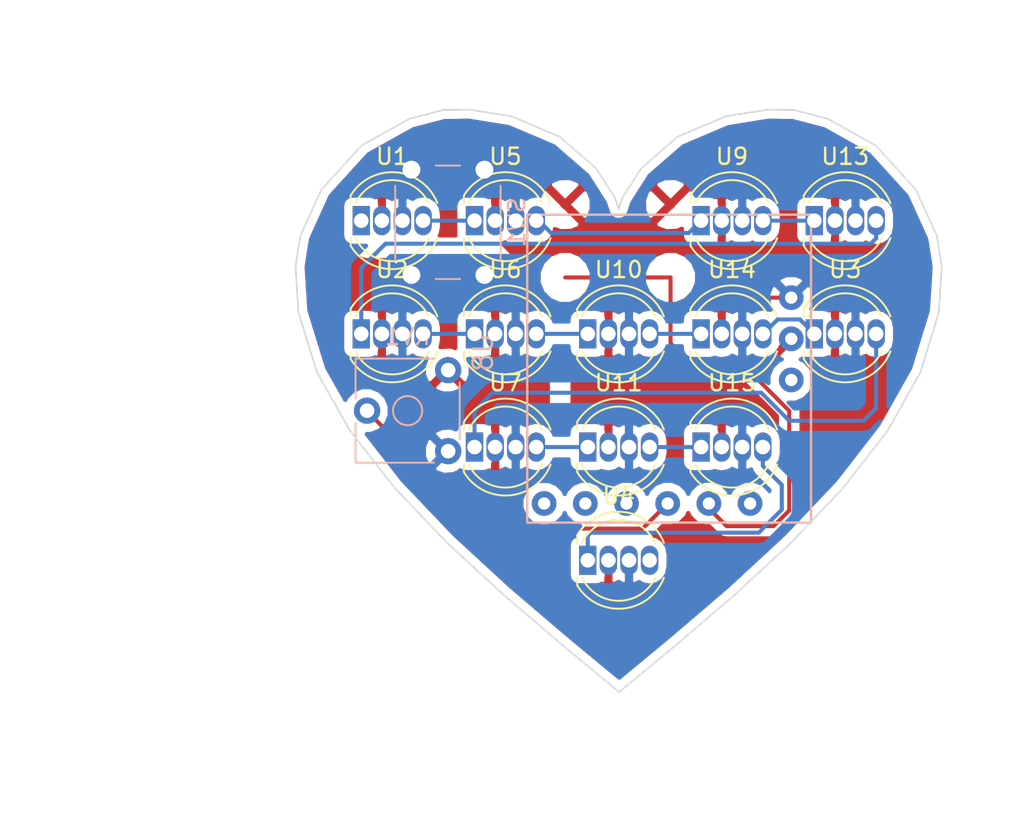
<source format=kicad_pcb>
(kicad_pcb (version 4) (host pcbnew 4.0.7)

  (general
    (links 46)
    (no_connects 5)
    (area 16.445513 19.665699 56.395701 55.705006)
    (thickness 1.6)
    (drawings 44)
    (tracks 53)
    (zones 0)
    (modules 16)
    (nets 23)
  )

  (page A4)
  (layers
    (0 F.Cu signal)
    (31 B.Cu signal hide)
    (32 B.Adhes user)
    (33 F.Adhes user)
    (34 B.Paste user)
    (35 F.Paste user)
    (36 B.SilkS user)
    (37 F.SilkS user)
    (38 B.Mask user)
    (39 F.Mask user)
    (40 Dwgs.User user)
    (41 Cmts.User user)
    (42 Eco1.User user)
    (43 Eco2.User user)
    (44 Edge.Cuts user)
    (45 Margin user)
    (46 B.CrtYd user)
    (47 F.CrtYd user)
    (48 B.Fab user)
    (49 F.Fab user)
  )

  (setup
    (last_trace_width 0.25)
    (trace_clearance 0.2)
    (zone_clearance 0.508)
    (zone_45_only no)
    (trace_min 0.2)
    (segment_width 0.2)
    (edge_width 0.15)
    (via_size 0.6)
    (via_drill 0.4)
    (via_min_size 0.4)
    (via_min_drill 0.3)
    (uvia_size 0.3)
    (uvia_drill 0.1)
    (uvias_allowed no)
    (uvia_min_size 0.2)
    (uvia_min_drill 0.1)
    (pcb_text_width 0.3)
    (pcb_text_size 1.5 1.5)
    (mod_edge_width 0.15)
    (mod_text_size 1 1)
    (mod_text_width 0.15)
    (pad_size 1.524 1.524)
    (pad_drill 0.762)
    (pad_to_mask_clearance 0.2)
    (aux_axis_origin 0 0)
    (visible_elements 7FFFFFFF)
    (pcbplotparams
      (layerselection 0x00030_80000001)
      (usegerberextensions false)
      (excludeedgelayer true)
      (linewidth 0.100000)
      (plotframeref false)
      (viasonmask false)
      (mode 1)
      (useauxorigin false)
      (hpglpennumber 1)
      (hpglpenspeed 20)
      (hpglpendiameter 15)
      (hpglpenoverlay 2)
      (psnegative false)
      (psa4output false)
      (plotreference true)
      (plotvalue true)
      (plotinvisibletext false)
      (padsonsilk false)
      (subtractmaskfromsilk false)
      (outputformat 1)
      (mirror false)
      (drillshape 1)
      (scaleselection 1)
      (outputdirectory ""))
  )

  (net 0 "")
  (net 1 GND)
  (net 2 "Net-(RV1-Pad2)")
  (net 3 VCC)
  (net 4 "Net-(SW1-Pad1)")
  (net 5 "Net-(U1-Pad1)")
  (net 6 "Net-(U1-Pad4)")
  (net 7 "Net-(U13-Pad4)")
  (net 8 "Net-(U2-Pad4)")
  (net 9 "Net-(U14-Pad4)")
  (net 10 "Net-(U3-Pad4)")
  (net 11 "Net-(U15-Pad4)")
  (net 12 "Net-(U4-Pad4)")
  (net 13 "Net-(U5-Pad4)")
  (net 14 "Net-(U10-Pad1)")
  (net 15 "Net-(U11-Pad1)")
  (net 16 "Net-(U8-Pad5)")
  (net 17 "Net-(U8-Pad4)")
  (net 18 "Net-(U8-Pad3)")
  (net 19 "Net-(U8-Pad8)")
  (net 20 "Net-(U13-Pad1)")
  (net 21 "Net-(U10-Pad4)")
  (net 22 "Net-(U11-Pad4)")

  (net_class Default "This is the default net class."
    (clearance 0.2)
    (trace_width 0.25)
    (via_dia 0.6)
    (via_drill 0.4)
    (uvia_dia 0.3)
    (uvia_drill 0.1)
    (add_net GND)
    (add_net "Net-(RV1-Pad2)")
    (add_net "Net-(SW1-Pad1)")
    (add_net "Net-(U1-Pad1)")
    (add_net "Net-(U1-Pad4)")
    (add_net "Net-(U10-Pad1)")
    (add_net "Net-(U10-Pad4)")
    (add_net "Net-(U11-Pad1)")
    (add_net "Net-(U11-Pad4)")
    (add_net "Net-(U13-Pad1)")
    (add_net "Net-(U13-Pad4)")
    (add_net "Net-(U14-Pad4)")
    (add_net "Net-(U15-Pad4)")
    (add_net "Net-(U2-Pad4)")
    (add_net "Net-(U3-Pad4)")
    (add_net "Net-(U4-Pad4)")
    (add_net "Net-(U5-Pad4)")
    (add_net "Net-(U8-Pad3)")
    (add_net "Net-(U8-Pad4)")
    (add_net "Net-(U8-Pad5)")
    (add_net "Net-(U8-Pad8)")
    (add_net VCC)
  )

  (module LEDs:LED_D5.0mm-4 (layer F.Cu) (tedit 587A3A7B) (tstamp 5B219FBD)
    (at 34.5186 33.5534)
    (descr "LED, diameter 5.0mm, 2 pins, diameter 5.0mm, 3 pins, diameter 5.0mm, 4 pins, http://www.kingbright.com/attachments/file/psearch/000/00/00/L-154A4SUREQBFZGEW(Ver.9A).pdf")
    (tags "LED diameter 5.0mm 2 pins diameter 5.0mm 3 pins diameter 5.0mm 4 pins")
    (path /5AD4237C)
    (fp_text reference U10 (at 1.905 -3.96) (layer F.SilkS)
      (effects (font (size 1 1) (thickness 0.15)))
    )
    (fp_text value WS2812 (at 1.905 3.96) (layer F.Fab)
      (effects (font (size 1 1) (thickness 0.15)))
    )
    (fp_arc (start 1.905 0) (end -0.595 -1.469694) (angle 299.1) (layer F.Fab) (width 0.1))
    (fp_arc (start 1.905 0) (end -0.655 -1.54483) (angle 127.7) (layer F.SilkS) (width 0.12))
    (fp_arc (start 1.905 0) (end -0.655 1.54483) (angle -127.7) (layer F.SilkS) (width 0.12))
    (fp_arc (start 1.905 0) (end -0.349684 -1.08) (angle 128.8) (layer F.SilkS) (width 0.12))
    (fp_arc (start 1.905 0) (end -0.349684 1.08) (angle -128.8) (layer F.SilkS) (width 0.12))
    (fp_circle (center 1.905 0) (end 4.405 0) (layer F.Fab) (width 0.1))
    (fp_line (start -0.595 -1.469694) (end -0.595 1.469694) (layer F.Fab) (width 0.1))
    (fp_line (start -0.655 -1.545) (end -0.655 -1.08) (layer F.SilkS) (width 0.12))
    (fp_line (start -0.655 1.08) (end -0.655 1.545) (layer F.SilkS) (width 0.12))
    (fp_line (start -1.35 -3.25) (end -1.35 3.25) (layer F.CrtYd) (width 0.05))
    (fp_line (start -1.35 3.25) (end 5.15 3.25) (layer F.CrtYd) (width 0.05))
    (fp_line (start 5.15 3.25) (end 5.15 -3.25) (layer F.CrtYd) (width 0.05))
    (fp_line (start 5.15 -3.25) (end -1.35 -3.25) (layer F.CrtYd) (width 0.05))
    (pad 1 thru_hole rect (at 0 0) (size 1.07 1.8) (drill 0.9) (layers *.Cu *.Mask)
      (net 14 "Net-(U10-Pad1)"))
    (pad 2 thru_hole oval (at 1.27 0) (size 1.07 1.8) (drill 0.9) (layers *.Cu *.Mask)
      (net 1 GND))
    (pad 3 thru_hole oval (at 2.54 0) (size 1.07 1.8) (drill 0.9) (layers *.Cu *.Mask)
      (net 3 VCC))
    (pad 4 thru_hole oval (at 3.81 0) (size 1.07 1.8) (drill 0.9) (layers *.Cu *.Mask)
      (net 21 "Net-(U10-Pad4)"))
    (model ${KISYS3DMOD}/LEDs.3dshapes/LED_D5.0mm-4.wrl
      (at (xyz 0 0 0))
      (scale (xyz 0.393701 0.393701 0.393701))
      (rotate (xyz 0 0 0))
    )
  )

  (module Potentiometers:Potentiometer_Trimmer_ACP_CA6v_Horizontal (layer B.Cu) (tedit 58826B0A) (tstamp 5B219F60)
    (at 25.908 40.7924 180)
    (descr "Potentiometer, horizontally mounted, Omeg PC16PU, Omeg PC16PU, Omeg PC16PU, Vishay/Spectrol 248GJ/249GJ Single, Vishay/Spectrol 248GJ/249GJ Single, Vishay/Spectrol 248GJ/249GJ Single, Vishay/Spectrol 248GH/249GH Single, Vishay/Spectrol 148/149 Single, Vishay/Spectrol 148/149 Single, Vishay/Spectrol 148/149 Single, Vishay/Spectrol 148A/149A Single with mounting plates, Vishay/Spectrol 148/149 Double, Vishay/Spectrol 148A/149A Double with mounting plates, Piher PC-16 Single, Piher PC-16 Single, Piher PC-16 Single, Piher PC-16SV Single, Piher PC-16 Double, Piher PC-16 Triple, Piher T16H Single, Piher T16L Single, Piher T16H Double, Alps RK163 Single, Alps RK163 Double, Alps RK097 Single, Alps RK097 Double, Bourns PTV09A-2 Single with mounting sleve Single, Bourns PTV09A-1 with mounting sleve Single, Bourns PRS11S Single, Alps RK09K Single with mounting sleve Single, Alps RK09K with mounting sleve Single, Alps RK09L Single, Alps RK09L Single, Alps RK09L Double, Alps RK09L Double, Alps RK09Y Single, Bourns 3339S Single, Bourns 3339S Single, Bourns 3339P Single, Bourns 3339H Single, Vishay T7YA Single, Suntan TSR-3386H Single, Suntan TSR-3386H Single, Suntan TSR-3386P Single, Vishay T73XX Single, Vishay T73XX Single, Vishay T73YP Single, Piher PT-6h Single, Piher PT-6v Single, Piher PT-6v Single, Piher PT-10h2.5 Single, Piher PT-10h5 Single, Piher PT-101h3.8 Single, Piher PT-10v10 Single, Piher PT-10v10 Single, Piher PT-10v5 Single, Piher PT-15h5 Single, Piher PT-15h2.5 Single, Piher PT-15B Single, Piher PT-15hc5 Single, Piher PT-15v12.5 Single, Piher PT-15v12.5 Single, Piher PT-15v15 Single, Piher PT-15v15 Single, ACP CA6h Single, ACP CA6v Single, http://www.acptechnologies.com/wp-content/uploads/2016/12/ACP-CAT%C3%81LOGO-ENTERO-2016.pdf")
    (tags "Potentiometer horizontal  Omeg PC16PU  Omeg PC16PU  Omeg PC16PU  Vishay/Spectrol 248GJ/249GJ Single  Vishay/Spectrol 248GJ/249GJ Single  Vishay/Spectrol 248GJ/249GJ Single  Vishay/Spectrol 248GH/249GH Single  Vishay/Spectrol 148/149 Single  Vishay/Spectrol 148/149 Single  Vishay/Spectrol 148/149 Single  Vishay/Spectrol 148A/149A Single with mounting plates  Vishay/Spectrol 148/149 Double  Vishay/Spectrol 148A/149A Double with mounting plates  Piher PC-16 Single  Piher PC-16 Single  Piher PC-16 Single  Piher PC-16SV Single  Piher PC-16 Double  Piher PC-16 Triple  Piher T16H Single  Piher T16L Single  Piher T16H Double  Alps RK163 Single  Alps RK163 Double  Alps RK097 Single  Alps RK097 Double  Bourns PTV09A-2 Single with mounting sleve Single  Bourns PTV09A-1 with mounting sleve Single  Bourns PRS11S Single  Alps RK09K Single with mounting sleve Single  Alps RK09K with mounting sleve Single  Alps RK09L Single  Alps RK09L Single  Alps RK09L Double  Alps RK09L Double  Alps RK09Y Single  Bourns 3339S Single  Bourns 3339S Single  Bourns 3339P Single  Bourns 3339H Single  Vishay T7YA Single  Suntan TSR-3386H Single  Suntan TSR-3386H Single  Suntan TSR-3386P Single  Vishay T73XX Single  Vishay T73XX Single  Vishay T73YP Single  Piher PT-6h Single  Piher PT-6v Single  Piher PT-6v Single  Piher PT-10h2.5 Single  Piher PT-10h5 Single  Piher PT-101h3.8 Single  Piher PT-10v10 Single  Piher PT-10v10 Single  Piher PT-10v5 Single  Piher PT-15h5 Single  Piher PT-15h2.5 Single  Piher PT-15B Single  Piher PT-15hc5 Single  Piher PT-15v12.5 Single  Piher PT-15v12.5 Single  Piher PT-15v15 Single  Piher PT-15v15 Single  ACP CA6h Single  ACP CA6v Single")
    (path /5B219EA9)
    (fp_text reference RV1 (at 2.5 7.06 180) (layer B.SilkS)
      (effects (font (size 1 1) (thickness 0.15)) (justify mirror))
    )
    (fp_text value POT (at 2.5 -2.06 180) (layer B.Fab)
      (effects (font (size 1 1) (thickness 0.15)) (justify mirror))
    )
    (fp_circle (center 2.5 2.5) (end 3.5 2.5) (layer B.Fab) (width 0.1))
    (fp_circle (center 2.5 2.5) (end 3.4 2.5) (layer B.Fab) (width 0.1))
    (fp_circle (center 2.5 2.5) (end 3.4 2.5) (layer B.SilkS) (width 0.12))
    (fp_line (start -0.65 5.65) (end -0.65 -0.65) (layer B.Fab) (width 0.1))
    (fp_line (start -0.65 -0.65) (end 5.65 -0.65) (layer B.Fab) (width 0.1))
    (fp_line (start 5.65 -0.65) (end 5.65 5.65) (layer B.Fab) (width 0.1))
    (fp_line (start 5.65 5.65) (end -0.65 5.65) (layer B.Fab) (width 0.1))
    (fp_line (start 0.873 5.71) (end 5.71 5.71) (layer B.SilkS) (width 0.12))
    (fp_line (start 0.873 -0.71) (end 5.71 -0.71) (layer B.SilkS) (width 0.12))
    (fp_line (start -0.71 4.242) (end -0.71 0.757) (layer B.SilkS) (width 0.12))
    (fp_line (start 5.71 5.71) (end 5.71 3.257) (layer B.SilkS) (width 0.12))
    (fp_line (start 5.71 1.742) (end 5.71 -0.71) (layer B.SilkS) (width 0.12))
    (fp_line (start -1.1 6.1) (end -1.1 -1.1) (layer B.CrtYd) (width 0.05))
    (fp_line (start -1.1 -1.1) (end 6.1 -1.1) (layer B.CrtYd) (width 0.05))
    (fp_line (start 6.1 -1.1) (end 6.1 6.1) (layer B.CrtYd) (width 0.05))
    (fp_line (start 6.1 6.1) (end -1.1 6.1) (layer B.CrtYd) (width 0.05))
    (pad 3 thru_hole circle (at 0 5 180) (size 1.62 1.62) (drill 0.9) (layers *.Cu *.Mask)
      (net 1 GND))
    (pad 2 thru_hole circle (at 5 2.5 180) (size 1.62 1.62) (drill 0.9) (layers *.Cu *.Mask)
      (net 2 "Net-(RV1-Pad2)"))
    (pad 1 thru_hole circle (at 0 0 180) (size 1.62 1.62) (drill 0.9) (layers *.Cu *.Mask)
      (net 3 VCC))
    (model Potentiometers.3dshapes/Potentiometer_Trimmer_ACP_CA6v_Horizontal.wrl
      (at (xyz 0 0 0))
      (scale (xyz 0.393701 0.393701 0.393701))
      (rotate (xyz 0 0 0))
    )
  )

  (module Buttons_Switches_THT:SW_PUSH_6mm_h4.3mm (layer B.Cu) (tedit 5923F252) (tstamp 5B219F68)
    (at 28.1432 29.9212 90)
    (descr "tactile push button, 6x6mm e.g. PHAP33xx series, height=4.3mm")
    (tags "tact sw push 6mm")
    (path /5B219E52)
    (fp_text reference SW1 (at 3.25 2 90) (layer B.SilkS)
      (effects (font (size 1 1) (thickness 0.15)) (justify mirror))
    )
    (fp_text value SW_Push (at 3.75 -6.7 90) (layer B.Fab)
      (effects (font (size 1 1) (thickness 0.15)) (justify mirror))
    )
    (fp_text user %R (at 3.25 -2.25 90) (layer B.Fab)
      (effects (font (size 1 1) (thickness 0.15)) (justify mirror))
    )
    (fp_line (start 3.25 0.75) (end 6.25 0.75) (layer B.Fab) (width 0.1))
    (fp_line (start 6.25 0.75) (end 6.25 -5.25) (layer B.Fab) (width 0.1))
    (fp_line (start 6.25 -5.25) (end 0.25 -5.25) (layer B.Fab) (width 0.1))
    (fp_line (start 0.25 -5.25) (end 0.25 0.75) (layer B.Fab) (width 0.1))
    (fp_line (start 0.25 0.75) (end 3.25 0.75) (layer B.Fab) (width 0.1))
    (fp_line (start 7.75 -6) (end 8 -6) (layer B.CrtYd) (width 0.05))
    (fp_line (start 8 -6) (end 8 -5.75) (layer B.CrtYd) (width 0.05))
    (fp_line (start 7.75 1.5) (end 8 1.5) (layer B.CrtYd) (width 0.05))
    (fp_line (start 8 1.5) (end 8 1.25) (layer B.CrtYd) (width 0.05))
    (fp_line (start -1.5 1.25) (end -1.5 1.5) (layer B.CrtYd) (width 0.05))
    (fp_line (start -1.5 1.5) (end -1.25 1.5) (layer B.CrtYd) (width 0.05))
    (fp_line (start -1.5 -5.75) (end -1.5 -6) (layer B.CrtYd) (width 0.05))
    (fp_line (start -1.5 -6) (end -1.25 -6) (layer B.CrtYd) (width 0.05))
    (fp_line (start -1.25 1.5) (end 7.75 1.5) (layer B.CrtYd) (width 0.05))
    (fp_line (start -1.5 -5.75) (end -1.5 1.25) (layer B.CrtYd) (width 0.05))
    (fp_line (start 7.75 -6) (end -1.25 -6) (layer B.CrtYd) (width 0.05))
    (fp_line (start 8 1.25) (end 8 -5.75) (layer B.CrtYd) (width 0.05))
    (fp_line (start 1 -5.5) (end 5.5 -5.5) (layer B.SilkS) (width 0.12))
    (fp_line (start -0.25 -1.5) (end -0.25 -3) (layer B.SilkS) (width 0.12))
    (fp_line (start 5.5 1) (end 1 1) (layer B.SilkS) (width 0.12))
    (fp_line (start 6.75 -3) (end 6.75 -1.5) (layer B.SilkS) (width 0.12))
    (fp_circle (center 3.25 -2.25) (end 1.25 -2.5) (layer B.Fab) (width 0.1))
    (pad 2 thru_hole circle (at 0 -4.5) (size 2 2) (drill 1.1) (layers *.Cu *.Mask)
      (net 1 GND))
    (pad 1 thru_hole circle (at 0 0) (size 2 2) (drill 1.1) (layers *.Cu *.Mask)
      (net 4 "Net-(SW1-Pad1)"))
    (pad 2 thru_hole circle (at 6.5 -4.5) (size 2 2) (drill 1.1) (layers *.Cu *.Mask)
      (net 1 GND))
    (pad 1 thru_hole circle (at 6.5 0) (size 2 2) (drill 1.1) (layers *.Cu *.Mask)
      (net 4 "Net-(SW1-Pad1)"))
    (model ${KISYS3DMOD}/Buttons_Switches_THT.3dshapes/SW_PUSH_6mm_h4.3mm.wrl
      (at (xyz 0.005 0 0))
      (scale (xyz 0.3937 0.3937 0.3937))
      (rotate (xyz 0 0 0))
    )
  )

  (module LEDs:LED_D5.0mm-4 (layer F.Cu) (tedit 587A3A7B) (tstamp 5B219F70)
    (at 20.5486 26.5684)
    (descr "LED, diameter 5.0mm, 2 pins, diameter 5.0mm, 3 pins, diameter 5.0mm, 4 pins, http://www.kingbright.com/attachments/file/psearch/000/00/00/L-154A4SUREQBFZGEW(Ver.9A).pdf")
    (tags "LED diameter 5.0mm 2 pins diameter 5.0mm 3 pins diameter 5.0mm 4 pins")
    (path /5AD420DF)
    (fp_text reference U1 (at 1.905 -3.96) (layer F.SilkS)
      (effects (font (size 1 1) (thickness 0.15)))
    )
    (fp_text value WS2812 (at 1.905 3.96) (layer F.Fab)
      (effects (font (size 1 1) (thickness 0.15)))
    )
    (fp_arc (start 1.905 0) (end -0.595 -1.469694) (angle 299.1) (layer F.Fab) (width 0.1))
    (fp_arc (start 1.905 0) (end -0.655 -1.54483) (angle 127.7) (layer F.SilkS) (width 0.12))
    (fp_arc (start 1.905 0) (end -0.655 1.54483) (angle -127.7) (layer F.SilkS) (width 0.12))
    (fp_arc (start 1.905 0) (end -0.349684 -1.08) (angle 128.8) (layer F.SilkS) (width 0.12))
    (fp_arc (start 1.905 0) (end -0.349684 1.08) (angle -128.8) (layer F.SilkS) (width 0.12))
    (fp_circle (center 1.905 0) (end 4.405 0) (layer F.Fab) (width 0.1))
    (fp_line (start -0.595 -1.469694) (end -0.595 1.469694) (layer F.Fab) (width 0.1))
    (fp_line (start -0.655 -1.545) (end -0.655 -1.08) (layer F.SilkS) (width 0.12))
    (fp_line (start -0.655 1.08) (end -0.655 1.545) (layer F.SilkS) (width 0.12))
    (fp_line (start -1.35 -3.25) (end -1.35 3.25) (layer F.CrtYd) (width 0.05))
    (fp_line (start -1.35 3.25) (end 5.15 3.25) (layer F.CrtYd) (width 0.05))
    (fp_line (start 5.15 3.25) (end 5.15 -3.25) (layer F.CrtYd) (width 0.05))
    (fp_line (start 5.15 -3.25) (end -1.35 -3.25) (layer F.CrtYd) (width 0.05))
    (pad 1 thru_hole rect (at 0 0) (size 1.07 1.8) (drill 0.9) (layers *.Cu *.Mask)
      (net 5 "Net-(U1-Pad1)"))
    (pad 2 thru_hole oval (at 1.27 0) (size 1.07 1.8) (drill 0.9) (layers *.Cu *.Mask)
      (net 1 GND))
    (pad 3 thru_hole oval (at 2.54 0) (size 1.07 1.8) (drill 0.9) (layers *.Cu *.Mask)
      (net 3 VCC))
    (pad 4 thru_hole oval (at 3.81 0) (size 1.07 1.8) (drill 0.9) (layers *.Cu *.Mask)
      (net 6 "Net-(U1-Pad4)"))
    (model ${KISYS3DMOD}/LEDs.3dshapes/LED_D5.0mm-4.wrl
      (at (xyz 0 0 0))
      (scale (xyz 0.393701 0.393701 0.393701))
      (rotate (xyz 0 0 0))
    )
  )

  (module LEDs:LED_D5.0mm-4 (layer F.Cu) (tedit 587A3A7B) (tstamp 5B219F78)
    (at 20.5486 33.5534)
    (descr "LED, diameter 5.0mm, 2 pins, diameter 5.0mm, 3 pins, diameter 5.0mm, 4 pins, http://www.kingbright.com/attachments/file/psearch/000/00/00/L-154A4SUREQBFZGEW(Ver.9A).pdf")
    (tags "LED diameter 5.0mm 2 pins diameter 5.0mm 3 pins diameter 5.0mm 4 pins")
    (path /5AD4236C)
    (fp_text reference U2 (at 1.905 -3.96) (layer F.SilkS)
      (effects (font (size 1 1) (thickness 0.15)))
    )
    (fp_text value WS2812 (at 1.905 3.96) (layer F.Fab)
      (effects (font (size 1 1) (thickness 0.15)))
    )
    (fp_arc (start 1.905 0) (end -0.595 -1.469694) (angle 299.1) (layer F.Fab) (width 0.1))
    (fp_arc (start 1.905 0) (end -0.655 -1.54483) (angle 127.7) (layer F.SilkS) (width 0.12))
    (fp_arc (start 1.905 0) (end -0.655 1.54483) (angle -127.7) (layer F.SilkS) (width 0.12))
    (fp_arc (start 1.905 0) (end -0.349684 -1.08) (angle 128.8) (layer F.SilkS) (width 0.12))
    (fp_arc (start 1.905 0) (end -0.349684 1.08) (angle -128.8) (layer F.SilkS) (width 0.12))
    (fp_circle (center 1.905 0) (end 4.405 0) (layer F.Fab) (width 0.1))
    (fp_line (start -0.595 -1.469694) (end -0.595 1.469694) (layer F.Fab) (width 0.1))
    (fp_line (start -0.655 -1.545) (end -0.655 -1.08) (layer F.SilkS) (width 0.12))
    (fp_line (start -0.655 1.08) (end -0.655 1.545) (layer F.SilkS) (width 0.12))
    (fp_line (start -1.35 -3.25) (end -1.35 3.25) (layer F.CrtYd) (width 0.05))
    (fp_line (start -1.35 3.25) (end 5.15 3.25) (layer F.CrtYd) (width 0.05))
    (fp_line (start 5.15 3.25) (end 5.15 -3.25) (layer F.CrtYd) (width 0.05))
    (fp_line (start 5.15 -3.25) (end -1.35 -3.25) (layer F.CrtYd) (width 0.05))
    (pad 1 thru_hole rect (at 0 0) (size 1.07 1.8) (drill 0.9) (layers *.Cu *.Mask)
      (net 7 "Net-(U13-Pad4)"))
    (pad 2 thru_hole oval (at 1.27 0) (size 1.07 1.8) (drill 0.9) (layers *.Cu *.Mask)
      (net 1 GND))
    (pad 3 thru_hole oval (at 2.54 0) (size 1.07 1.8) (drill 0.9) (layers *.Cu *.Mask)
      (net 3 VCC))
    (pad 4 thru_hole oval (at 3.81 0) (size 1.07 1.8) (drill 0.9) (layers *.Cu *.Mask)
      (net 8 "Net-(U2-Pad4)"))
    (model ${KISYS3DMOD}/LEDs.3dshapes/LED_D5.0mm-4.wrl
      (at (xyz 0 0 0))
      (scale (xyz 0.393701 0.393701 0.393701))
      (rotate (xyz 0 0 0))
    )
  )

  (module LEDs:LED_D5.0mm-4 (layer F.Cu) (tedit 587A3A7B) (tstamp 5B219F80)
    (at 48.4886 33.5534)
    (descr "LED, diameter 5.0mm, 2 pins, diameter 5.0mm, 3 pins, diameter 5.0mm, 4 pins, http://www.kingbright.com/attachments/file/psearch/000/00/00/L-154A4SUREQBFZGEW(Ver.9A).pdf")
    (tags "LED diameter 5.0mm 2 pins diameter 5.0mm 3 pins diameter 5.0mm 4 pins")
    (path /5AD424B7)
    (fp_text reference U3 (at 1.905 -3.96) (layer F.SilkS)
      (effects (font (size 1 1) (thickness 0.15)))
    )
    (fp_text value WS2812 (at 1.905 3.96) (layer F.Fab)
      (effects (font (size 1 1) (thickness 0.15)))
    )
    (fp_arc (start 1.905 0) (end -0.595 -1.469694) (angle 299.1) (layer F.Fab) (width 0.1))
    (fp_arc (start 1.905 0) (end -0.655 -1.54483) (angle 127.7) (layer F.SilkS) (width 0.12))
    (fp_arc (start 1.905 0) (end -0.655 1.54483) (angle -127.7) (layer F.SilkS) (width 0.12))
    (fp_arc (start 1.905 0) (end -0.349684 -1.08) (angle 128.8) (layer F.SilkS) (width 0.12))
    (fp_arc (start 1.905 0) (end -0.349684 1.08) (angle -128.8) (layer F.SilkS) (width 0.12))
    (fp_circle (center 1.905 0) (end 4.405 0) (layer F.Fab) (width 0.1))
    (fp_line (start -0.595 -1.469694) (end -0.595 1.469694) (layer F.Fab) (width 0.1))
    (fp_line (start -0.655 -1.545) (end -0.655 -1.08) (layer F.SilkS) (width 0.12))
    (fp_line (start -0.655 1.08) (end -0.655 1.545) (layer F.SilkS) (width 0.12))
    (fp_line (start -1.35 -3.25) (end -1.35 3.25) (layer F.CrtYd) (width 0.05))
    (fp_line (start -1.35 3.25) (end 5.15 3.25) (layer F.CrtYd) (width 0.05))
    (fp_line (start 5.15 3.25) (end 5.15 -3.25) (layer F.CrtYd) (width 0.05))
    (fp_line (start 5.15 -3.25) (end -1.35 -3.25) (layer F.CrtYd) (width 0.05))
    (pad 1 thru_hole rect (at 0 0) (size 1.07 1.8) (drill 0.9) (layers *.Cu *.Mask)
      (net 9 "Net-(U14-Pad4)"))
    (pad 2 thru_hole oval (at 1.27 0) (size 1.07 1.8) (drill 0.9) (layers *.Cu *.Mask)
      (net 1 GND))
    (pad 3 thru_hole oval (at 2.54 0) (size 1.07 1.8) (drill 0.9) (layers *.Cu *.Mask)
      (net 3 VCC))
    (pad 4 thru_hole oval (at 3.81 0) (size 1.07 1.8) (drill 0.9) (layers *.Cu *.Mask)
      (net 10 "Net-(U3-Pad4)"))
    (model ${KISYS3DMOD}/LEDs.3dshapes/LED_D5.0mm-4.wrl
      (at (xyz 0 0 0))
      (scale (xyz 0.393701 0.393701 0.393701))
      (rotate (xyz 0 0 0))
    )
  )

  (module LEDs:LED_D5.0mm-4 (layer F.Cu) (tedit 587A3A7B) (tstamp 5B219F88)
    (at 34.5186 47.5234)
    (descr "LED, diameter 5.0mm, 2 pins, diameter 5.0mm, 3 pins, diameter 5.0mm, 4 pins, http://www.kingbright.com/attachments/file/psearch/000/00/00/L-154A4SUREQBFZGEW(Ver.9A).pdf")
    (tags "LED diameter 5.0mm 2 pins diameter 5.0mm 3 pins diameter 5.0mm 4 pins")
    (path /5AD424DA)
    (fp_text reference U4 (at 1.905 -3.96) (layer F.SilkS)
      (effects (font (size 1 1) (thickness 0.15)))
    )
    (fp_text value WS2812 (at 1.905 3.96) (layer F.Fab)
      (effects (font (size 1 1) (thickness 0.15)))
    )
    (fp_arc (start 1.905 0) (end -0.595 -1.469694) (angle 299.1) (layer F.Fab) (width 0.1))
    (fp_arc (start 1.905 0) (end -0.655 -1.54483) (angle 127.7) (layer F.SilkS) (width 0.12))
    (fp_arc (start 1.905 0) (end -0.655 1.54483) (angle -127.7) (layer F.SilkS) (width 0.12))
    (fp_arc (start 1.905 0) (end -0.349684 -1.08) (angle 128.8) (layer F.SilkS) (width 0.12))
    (fp_arc (start 1.905 0) (end -0.349684 1.08) (angle -128.8) (layer F.SilkS) (width 0.12))
    (fp_circle (center 1.905 0) (end 4.405 0) (layer F.Fab) (width 0.1))
    (fp_line (start -0.595 -1.469694) (end -0.595 1.469694) (layer F.Fab) (width 0.1))
    (fp_line (start -0.655 -1.545) (end -0.655 -1.08) (layer F.SilkS) (width 0.12))
    (fp_line (start -0.655 1.08) (end -0.655 1.545) (layer F.SilkS) (width 0.12))
    (fp_line (start -1.35 -3.25) (end -1.35 3.25) (layer F.CrtYd) (width 0.05))
    (fp_line (start -1.35 3.25) (end 5.15 3.25) (layer F.CrtYd) (width 0.05))
    (fp_line (start 5.15 3.25) (end 5.15 -3.25) (layer F.CrtYd) (width 0.05))
    (fp_line (start 5.15 -3.25) (end -1.35 -3.25) (layer F.CrtYd) (width 0.05))
    (pad 1 thru_hole rect (at 0 0) (size 1.07 1.8) (drill 0.9) (layers *.Cu *.Mask)
      (net 11 "Net-(U15-Pad4)"))
    (pad 2 thru_hole oval (at 1.27 0) (size 1.07 1.8) (drill 0.9) (layers *.Cu *.Mask)
      (net 1 GND))
    (pad 3 thru_hole oval (at 2.54 0) (size 1.07 1.8) (drill 0.9) (layers *.Cu *.Mask)
      (net 3 VCC))
    (pad 4 thru_hole oval (at 3.81 0) (size 1.07 1.8) (drill 0.9) (layers *.Cu *.Mask)
      (net 12 "Net-(U4-Pad4)"))
    (model ${KISYS3DMOD}/LEDs.3dshapes/LED_D5.0mm-4.wrl
      (at (xyz 0 0 0))
      (scale (xyz 0.393701 0.393701 0.393701))
      (rotate (xyz 0 0 0))
    )
  )

  (module LEDs:LED_D5.0mm-4 (layer F.Cu) (tedit 587A3A7B) (tstamp 5B219F90)
    (at 27.5336 26.5684)
    (descr "LED, diameter 5.0mm, 2 pins, diameter 5.0mm, 3 pins, diameter 5.0mm, 4 pins, http://www.kingbright.com/attachments/file/psearch/000/00/00/L-154A4SUREQBFZGEW(Ver.9A).pdf")
    (tags "LED diameter 5.0mm 2 pins diameter 5.0mm 3 pins diameter 5.0mm 4 pins")
    (path /5AD42189)
    (fp_text reference U5 (at 1.905 -3.96) (layer F.SilkS)
      (effects (font (size 1 1) (thickness 0.15)))
    )
    (fp_text value WS2812 (at 1.905 3.96) (layer F.Fab)
      (effects (font (size 1 1) (thickness 0.15)))
    )
    (fp_arc (start 1.905 0) (end -0.595 -1.469694) (angle 299.1) (layer F.Fab) (width 0.1))
    (fp_arc (start 1.905 0) (end -0.655 -1.54483) (angle 127.7) (layer F.SilkS) (width 0.12))
    (fp_arc (start 1.905 0) (end -0.655 1.54483) (angle -127.7) (layer F.SilkS) (width 0.12))
    (fp_arc (start 1.905 0) (end -0.349684 -1.08) (angle 128.8) (layer F.SilkS) (width 0.12))
    (fp_arc (start 1.905 0) (end -0.349684 1.08) (angle -128.8) (layer F.SilkS) (width 0.12))
    (fp_circle (center 1.905 0) (end 4.405 0) (layer F.Fab) (width 0.1))
    (fp_line (start -0.595 -1.469694) (end -0.595 1.469694) (layer F.Fab) (width 0.1))
    (fp_line (start -0.655 -1.545) (end -0.655 -1.08) (layer F.SilkS) (width 0.12))
    (fp_line (start -0.655 1.08) (end -0.655 1.545) (layer F.SilkS) (width 0.12))
    (fp_line (start -1.35 -3.25) (end -1.35 3.25) (layer F.CrtYd) (width 0.05))
    (fp_line (start -1.35 3.25) (end 5.15 3.25) (layer F.CrtYd) (width 0.05))
    (fp_line (start 5.15 3.25) (end 5.15 -3.25) (layer F.CrtYd) (width 0.05))
    (fp_line (start 5.15 -3.25) (end -1.35 -3.25) (layer F.CrtYd) (width 0.05))
    (pad 1 thru_hole rect (at 0 0) (size 1.07 1.8) (drill 0.9) (layers *.Cu *.Mask)
      (net 6 "Net-(U1-Pad4)"))
    (pad 2 thru_hole oval (at 1.27 0) (size 1.07 1.8) (drill 0.9) (layers *.Cu *.Mask)
      (net 1 GND))
    (pad 3 thru_hole oval (at 2.54 0) (size 1.07 1.8) (drill 0.9) (layers *.Cu *.Mask)
      (net 3 VCC))
    (pad 4 thru_hole oval (at 3.81 0) (size 1.07 1.8) (drill 0.9) (layers *.Cu *.Mask)
      (net 13 "Net-(U5-Pad4)"))
    (model ${KISYS3DMOD}/LEDs.3dshapes/LED_D5.0mm-4.wrl
      (at (xyz 0 0 0))
      (scale (xyz 0.393701 0.393701 0.393701))
      (rotate (xyz 0 0 0))
    )
  )

  (module LEDs:LED_D5.0mm-4 (layer F.Cu) (tedit 587A3A7B) (tstamp 5B219F98)
    (at 27.5336 33.5534)
    (descr "LED, diameter 5.0mm, 2 pins, diameter 5.0mm, 3 pins, diameter 5.0mm, 4 pins, http://www.kingbright.com/attachments/file/psearch/000/00/00/L-154A4SUREQBFZGEW(Ver.9A).pdf")
    (tags "LED diameter 5.0mm 2 pins diameter 5.0mm 3 pins diameter 5.0mm 4 pins")
    (path /5AD42374)
    (fp_text reference U6 (at 1.905 -3.96) (layer F.SilkS)
      (effects (font (size 1 1) (thickness 0.15)))
    )
    (fp_text value WS2812 (at 1.905 3.96) (layer F.Fab)
      (effects (font (size 1 1) (thickness 0.15)))
    )
    (fp_arc (start 1.905 0) (end -0.595 -1.469694) (angle 299.1) (layer F.Fab) (width 0.1))
    (fp_arc (start 1.905 0) (end -0.655 -1.54483) (angle 127.7) (layer F.SilkS) (width 0.12))
    (fp_arc (start 1.905 0) (end -0.655 1.54483) (angle -127.7) (layer F.SilkS) (width 0.12))
    (fp_arc (start 1.905 0) (end -0.349684 -1.08) (angle 128.8) (layer F.SilkS) (width 0.12))
    (fp_arc (start 1.905 0) (end -0.349684 1.08) (angle -128.8) (layer F.SilkS) (width 0.12))
    (fp_circle (center 1.905 0) (end 4.405 0) (layer F.Fab) (width 0.1))
    (fp_line (start -0.595 -1.469694) (end -0.595 1.469694) (layer F.Fab) (width 0.1))
    (fp_line (start -0.655 -1.545) (end -0.655 -1.08) (layer F.SilkS) (width 0.12))
    (fp_line (start -0.655 1.08) (end -0.655 1.545) (layer F.SilkS) (width 0.12))
    (fp_line (start -1.35 -3.25) (end -1.35 3.25) (layer F.CrtYd) (width 0.05))
    (fp_line (start -1.35 3.25) (end 5.15 3.25) (layer F.CrtYd) (width 0.05))
    (fp_line (start 5.15 3.25) (end 5.15 -3.25) (layer F.CrtYd) (width 0.05))
    (fp_line (start 5.15 -3.25) (end -1.35 -3.25) (layer F.CrtYd) (width 0.05))
    (pad 1 thru_hole rect (at 0 0) (size 1.07 1.8) (drill 0.9) (layers *.Cu *.Mask)
      (net 8 "Net-(U2-Pad4)"))
    (pad 2 thru_hole oval (at 1.27 0) (size 1.07 1.8) (drill 0.9) (layers *.Cu *.Mask)
      (net 1 GND))
    (pad 3 thru_hole oval (at 2.54 0) (size 1.07 1.8) (drill 0.9) (layers *.Cu *.Mask)
      (net 3 VCC))
    (pad 4 thru_hole oval (at 3.81 0) (size 1.07 1.8) (drill 0.9) (layers *.Cu *.Mask)
      (net 14 "Net-(U10-Pad1)"))
    (model ${KISYS3DMOD}/LEDs.3dshapes/LED_D5.0mm-4.wrl
      (at (xyz 0 0 0))
      (scale (xyz 0.393701 0.393701 0.393701))
      (rotate (xyz 0 0 0))
    )
  )

  (module LEDs:LED_D5.0mm-4 (layer F.Cu) (tedit 587A3A7B) (tstamp 5B219FA0)
    (at 27.5336 40.5384)
    (descr "LED, diameter 5.0mm, 2 pins, diameter 5.0mm, 3 pins, diameter 5.0mm, 4 pins, http://www.kingbright.com/attachments/file/psearch/000/00/00/L-154A4SUREQBFZGEW(Ver.9A).pdf")
    (tags "LED diameter 5.0mm 2 pins diameter 5.0mm 3 pins diameter 5.0mm 4 pins")
    (path /5AD424BF)
    (fp_text reference U7 (at 1.905 -3.96) (layer F.SilkS)
      (effects (font (size 1 1) (thickness 0.15)))
    )
    (fp_text value WS2812 (at 1.905 3.96) (layer F.Fab)
      (effects (font (size 1 1) (thickness 0.15)))
    )
    (fp_arc (start 1.905 0) (end -0.595 -1.469694) (angle 299.1) (layer F.Fab) (width 0.1))
    (fp_arc (start 1.905 0) (end -0.655 -1.54483) (angle 127.7) (layer F.SilkS) (width 0.12))
    (fp_arc (start 1.905 0) (end -0.655 1.54483) (angle -127.7) (layer F.SilkS) (width 0.12))
    (fp_arc (start 1.905 0) (end -0.349684 -1.08) (angle 128.8) (layer F.SilkS) (width 0.12))
    (fp_arc (start 1.905 0) (end -0.349684 1.08) (angle -128.8) (layer F.SilkS) (width 0.12))
    (fp_circle (center 1.905 0) (end 4.405 0) (layer F.Fab) (width 0.1))
    (fp_line (start -0.595 -1.469694) (end -0.595 1.469694) (layer F.Fab) (width 0.1))
    (fp_line (start -0.655 -1.545) (end -0.655 -1.08) (layer F.SilkS) (width 0.12))
    (fp_line (start -0.655 1.08) (end -0.655 1.545) (layer F.SilkS) (width 0.12))
    (fp_line (start -1.35 -3.25) (end -1.35 3.25) (layer F.CrtYd) (width 0.05))
    (fp_line (start -1.35 3.25) (end 5.15 3.25) (layer F.CrtYd) (width 0.05))
    (fp_line (start 5.15 3.25) (end 5.15 -3.25) (layer F.CrtYd) (width 0.05))
    (fp_line (start 5.15 -3.25) (end -1.35 -3.25) (layer F.CrtYd) (width 0.05))
    (pad 1 thru_hole rect (at 0 0) (size 1.07 1.8) (drill 0.9) (layers *.Cu *.Mask)
      (net 10 "Net-(U3-Pad4)"))
    (pad 2 thru_hole oval (at 1.27 0) (size 1.07 1.8) (drill 0.9) (layers *.Cu *.Mask)
      (net 1 GND))
    (pad 3 thru_hole oval (at 2.54 0) (size 1.07 1.8) (drill 0.9) (layers *.Cu *.Mask)
      (net 3 VCC))
    (pad 4 thru_hole oval (at 3.81 0) (size 1.07 1.8) (drill 0.9) (layers *.Cu *.Mask)
      (net 15 "Net-(U11-Pad1)"))
    (model ${KISYS3DMOD}/LEDs.3dshapes/LED_D5.0mm-4.wrl
      (at (xyz 0 0 0))
      (scale (xyz 0.393701 0.393701 0.393701))
      (rotate (xyz 0 0 0))
    )
  )

  (module rocketlib:ATTINY85 (layer B.Cu) (tedit 5A4E5F86) (tstamp 5B219FAD)
    (at 30.7848 22.1996 270)
    (path /5B219CCD)
    (fp_text reference U8 (at 12.5 2.725 270) (layer B.SilkS)
      (effects (font (size 1.2 1.2) (thickness 0.15)) (justify mirror))
    )
    (fp_text value ATTINY85 (at 12.4968 -7.7724 540) (layer B.Fab)
      (effects (font (size 1.2 1.2) (thickness 0.15)) (justify mirror))
    )
    (fp_line (start 4 0) (end 23 0) (layer B.SilkS) (width 0.15))
    (fp_line (start 23 0) (end 23 -17.5) (layer B.SilkS) (width 0.15))
    (fp_line (start 23 -17.5) (end 4 -17.5) (layer B.SilkS) (width 0.15))
    (fp_line (start 4 -17.5) (end 4 0) (layer B.SilkS) (width 0.15))
    (pad 5 thru_hole circle (at 21.82 -1.04 270) (size 1.524 1.524) (drill 0.762) (layers *.Cu *.Mask)
      (net 16 "Net-(U8-Pad5)"))
    (pad 4 thru_hole circle (at 21.82 -3.58 270) (size 1.524 1.524) (drill 0.762) (layers *.Cu *.Mask)
      (net 17 "Net-(U8-Pad4)"))
    (pad 3 thru_hole circle (at 21.82 -6.12 270) (size 1.524 1.524) (drill 0.762) (layers *.Cu *.Mask)
      (net 18 "Net-(U8-Pad3)"))
    (pad 2 thru_hole circle (at 21.82 -8.66 270) (size 1.524 1.524) (drill 0.762) (layers *.Cu *.Mask)
      (net 2 "Net-(RV1-Pad2)"))
    (pad 1 thru_hole circle (at 21.82 -11.2 270) (size 1.524 1.524) (drill 0.762) (layers *.Cu *.Mask)
      (net 4 "Net-(SW1-Pad1)"))
    (pad 0 thru_hole circle (at 21.82 -13.74 270) (size 1.524 1.524) (drill 0.762) (layers *.Cu *.Mask)
      (net 5 "Net-(U1-Pad1)"))
    (pad 8 thru_hole circle (at 14.2 -16.28 270) (size 1.524 1.524) (drill 0.762) (layers *.Cu *.Mask)
      (net 19 "Net-(U8-Pad8)"))
    (pad 7 thru_hole circle (at 11.66 -16.28 270) (size 1.524 1.524) (drill 0.762) (layers *.Cu *.Mask)
      (net 1 GND))
    (pad 6 thru_hole circle (at 9.12 -16.28 270) (size 1.524 1.524) (drill 0.762) (layers *.Cu *.Mask)
      (net 3 VCC))
  )

  (module LEDs:LED_D5.0mm-4 (layer F.Cu) (tedit 587A3A7B) (tstamp 5B219FB5)
    (at 41.5036 26.5684)
    (descr "LED, diameter 5.0mm, 2 pins, diameter 5.0mm, 3 pins, diameter 5.0mm, 4 pins, http://www.kingbright.com/attachments/file/psearch/000/00/00/L-154A4SUREQBFZGEW(Ver.9A).pdf")
    (tags "LED diameter 5.0mm 2 pins diameter 5.0mm 3 pins diameter 5.0mm 4 pins")
    (path /5AD4223E)
    (fp_text reference U9 (at 1.905 -3.96) (layer F.SilkS)
      (effects (font (size 1 1) (thickness 0.15)))
    )
    (fp_text value WS2812 (at 1.905 3.96) (layer F.Fab)
      (effects (font (size 1 1) (thickness 0.15)))
    )
    (fp_arc (start 1.905 0) (end -0.595 -1.469694) (angle 299.1) (layer F.Fab) (width 0.1))
    (fp_arc (start 1.905 0) (end -0.655 -1.54483) (angle 127.7) (layer F.SilkS) (width 0.12))
    (fp_arc (start 1.905 0) (end -0.655 1.54483) (angle -127.7) (layer F.SilkS) (width 0.12))
    (fp_arc (start 1.905 0) (end -0.349684 -1.08) (angle 128.8) (layer F.SilkS) (width 0.12))
    (fp_arc (start 1.905 0) (end -0.349684 1.08) (angle -128.8) (layer F.SilkS) (width 0.12))
    (fp_circle (center 1.905 0) (end 4.405 0) (layer F.Fab) (width 0.1))
    (fp_line (start -0.595 -1.469694) (end -0.595 1.469694) (layer F.Fab) (width 0.1))
    (fp_line (start -0.655 -1.545) (end -0.655 -1.08) (layer F.SilkS) (width 0.12))
    (fp_line (start -0.655 1.08) (end -0.655 1.545) (layer F.SilkS) (width 0.12))
    (fp_line (start -1.35 -3.25) (end -1.35 3.25) (layer F.CrtYd) (width 0.05))
    (fp_line (start -1.35 3.25) (end 5.15 3.25) (layer F.CrtYd) (width 0.05))
    (fp_line (start 5.15 3.25) (end 5.15 -3.25) (layer F.CrtYd) (width 0.05))
    (fp_line (start 5.15 -3.25) (end -1.35 -3.25) (layer F.CrtYd) (width 0.05))
    (pad 1 thru_hole rect (at 0 0) (size 1.07 1.8) (drill 0.9) (layers *.Cu *.Mask)
      (net 13 "Net-(U5-Pad4)"))
    (pad 2 thru_hole oval (at 1.27 0) (size 1.07 1.8) (drill 0.9) (layers *.Cu *.Mask)
      (net 1 GND))
    (pad 3 thru_hole oval (at 2.54 0) (size 1.07 1.8) (drill 0.9) (layers *.Cu *.Mask)
      (net 3 VCC))
    (pad 4 thru_hole oval (at 3.81 0) (size 1.07 1.8) (drill 0.9) (layers *.Cu *.Mask)
      (net 20 "Net-(U13-Pad1)"))
    (model ${KISYS3DMOD}/LEDs.3dshapes/LED_D5.0mm-4.wrl
      (at (xyz 0 0 0))
      (scale (xyz 0.393701 0.393701 0.393701))
      (rotate (xyz 0 0 0))
    )
  )

  (module LEDs:LED_D5.0mm-4 (layer F.Cu) (tedit 587A3A7B) (tstamp 5B219FC5)
    (at 34.5186 40.5384)
    (descr "LED, diameter 5.0mm, 2 pins, diameter 5.0mm, 3 pins, diameter 5.0mm, 4 pins, http://www.kingbright.com/attachments/file/psearch/000/00/00/L-154A4SUREQBFZGEW(Ver.9A).pdf")
    (tags "LED diameter 5.0mm 2 pins diameter 5.0mm 3 pins diameter 5.0mm 4 pins")
    (path /5AD424C7)
    (fp_text reference U11 (at 1.905 -3.96) (layer F.SilkS)
      (effects (font (size 1 1) (thickness 0.15)))
    )
    (fp_text value WS2812 (at 1.905 3.96) (layer F.Fab)
      (effects (font (size 1 1) (thickness 0.15)))
    )
    (fp_arc (start 1.905 0) (end -0.595 -1.469694) (angle 299.1) (layer F.Fab) (width 0.1))
    (fp_arc (start 1.905 0) (end -0.655 -1.54483) (angle 127.7) (layer F.SilkS) (width 0.12))
    (fp_arc (start 1.905 0) (end -0.655 1.54483) (angle -127.7) (layer F.SilkS) (width 0.12))
    (fp_arc (start 1.905 0) (end -0.349684 -1.08) (angle 128.8) (layer F.SilkS) (width 0.12))
    (fp_arc (start 1.905 0) (end -0.349684 1.08) (angle -128.8) (layer F.SilkS) (width 0.12))
    (fp_circle (center 1.905 0) (end 4.405 0) (layer F.Fab) (width 0.1))
    (fp_line (start -0.595 -1.469694) (end -0.595 1.469694) (layer F.Fab) (width 0.1))
    (fp_line (start -0.655 -1.545) (end -0.655 -1.08) (layer F.SilkS) (width 0.12))
    (fp_line (start -0.655 1.08) (end -0.655 1.545) (layer F.SilkS) (width 0.12))
    (fp_line (start -1.35 -3.25) (end -1.35 3.25) (layer F.CrtYd) (width 0.05))
    (fp_line (start -1.35 3.25) (end 5.15 3.25) (layer F.CrtYd) (width 0.05))
    (fp_line (start 5.15 3.25) (end 5.15 -3.25) (layer F.CrtYd) (width 0.05))
    (fp_line (start 5.15 -3.25) (end -1.35 -3.25) (layer F.CrtYd) (width 0.05))
    (pad 1 thru_hole rect (at 0 0) (size 1.07 1.8) (drill 0.9) (layers *.Cu *.Mask)
      (net 15 "Net-(U11-Pad1)"))
    (pad 2 thru_hole oval (at 1.27 0) (size 1.07 1.8) (drill 0.9) (layers *.Cu *.Mask)
      (net 1 GND))
    (pad 3 thru_hole oval (at 2.54 0) (size 1.07 1.8) (drill 0.9) (layers *.Cu *.Mask)
      (net 3 VCC))
    (pad 4 thru_hole oval (at 3.81 0) (size 1.07 1.8) (drill 0.9) (layers *.Cu *.Mask)
      (net 22 "Net-(U11-Pad4)"))
    (model ${KISYS3DMOD}/LEDs.3dshapes/LED_D5.0mm-4.wrl
      (at (xyz 0 0 0))
      (scale (xyz 0.393701 0.393701 0.393701))
      (rotate (xyz 0 0 0))
    )
  )

  (module LEDs:LED_D5.0mm-4 (layer F.Cu) (tedit 587A3A7B) (tstamp 5B219FCD)
    (at 48.4886 26.5684)
    (descr "LED, diameter 5.0mm, 2 pins, diameter 5.0mm, 3 pins, diameter 5.0mm, 4 pins, http://www.kingbright.com/attachments/file/psearch/000/00/00/L-154A4SUREQBFZGEW(Ver.9A).pdf")
    (tags "LED diameter 5.0mm 2 pins diameter 5.0mm 3 pins diameter 5.0mm 4 pins")
    (path /5AD4226B)
    (fp_text reference U13 (at 1.905 -3.96) (layer F.SilkS)
      (effects (font (size 1 1) (thickness 0.15)))
    )
    (fp_text value WS2812 (at 1.905 3.96) (layer F.Fab)
      (effects (font (size 1 1) (thickness 0.15)))
    )
    (fp_arc (start 1.905 0) (end -0.595 -1.469694) (angle 299.1) (layer F.Fab) (width 0.1))
    (fp_arc (start 1.905 0) (end -0.655 -1.54483) (angle 127.7) (layer F.SilkS) (width 0.12))
    (fp_arc (start 1.905 0) (end -0.655 1.54483) (angle -127.7) (layer F.SilkS) (width 0.12))
    (fp_arc (start 1.905 0) (end -0.349684 -1.08) (angle 128.8) (layer F.SilkS) (width 0.12))
    (fp_arc (start 1.905 0) (end -0.349684 1.08) (angle -128.8) (layer F.SilkS) (width 0.12))
    (fp_circle (center 1.905 0) (end 4.405 0) (layer F.Fab) (width 0.1))
    (fp_line (start -0.595 -1.469694) (end -0.595 1.469694) (layer F.Fab) (width 0.1))
    (fp_line (start -0.655 -1.545) (end -0.655 -1.08) (layer F.SilkS) (width 0.12))
    (fp_line (start -0.655 1.08) (end -0.655 1.545) (layer F.SilkS) (width 0.12))
    (fp_line (start -1.35 -3.25) (end -1.35 3.25) (layer F.CrtYd) (width 0.05))
    (fp_line (start -1.35 3.25) (end 5.15 3.25) (layer F.CrtYd) (width 0.05))
    (fp_line (start 5.15 3.25) (end 5.15 -3.25) (layer F.CrtYd) (width 0.05))
    (fp_line (start 5.15 -3.25) (end -1.35 -3.25) (layer F.CrtYd) (width 0.05))
    (pad 1 thru_hole rect (at 0 0) (size 1.07 1.8) (drill 0.9) (layers *.Cu *.Mask)
      (net 20 "Net-(U13-Pad1)"))
    (pad 2 thru_hole oval (at 1.27 0) (size 1.07 1.8) (drill 0.9) (layers *.Cu *.Mask)
      (net 1 GND))
    (pad 3 thru_hole oval (at 2.54 0) (size 1.07 1.8) (drill 0.9) (layers *.Cu *.Mask)
      (net 3 VCC))
    (pad 4 thru_hole oval (at 3.81 0) (size 1.07 1.8) (drill 0.9) (layers *.Cu *.Mask)
      (net 7 "Net-(U13-Pad4)"))
    (model ${KISYS3DMOD}/LEDs.3dshapes/LED_D5.0mm-4.wrl
      (at (xyz 0 0 0))
      (scale (xyz 0.393701 0.393701 0.393701))
      (rotate (xyz 0 0 0))
    )
  )

  (module LEDs:LED_D5.0mm-4 (layer F.Cu) (tedit 587A3A7B) (tstamp 5B219FD5)
    (at 41.5036 33.5534)
    (descr "LED, diameter 5.0mm, 2 pins, diameter 5.0mm, 3 pins, diameter 5.0mm, 4 pins, http://www.kingbright.com/attachments/file/psearch/000/00/00/L-154A4SUREQBFZGEW(Ver.9A).pdf")
    (tags "LED diameter 5.0mm 2 pins diameter 5.0mm 3 pins diameter 5.0mm 4 pins")
    (path /5AD42384)
    (fp_text reference U14 (at 1.905 -3.96) (layer F.SilkS)
      (effects (font (size 1 1) (thickness 0.15)))
    )
    (fp_text value WS2812 (at 1.905 3.96) (layer F.Fab)
      (effects (font (size 1 1) (thickness 0.15)))
    )
    (fp_arc (start 1.905 0) (end -0.595 -1.469694) (angle 299.1) (layer F.Fab) (width 0.1))
    (fp_arc (start 1.905 0) (end -0.655 -1.54483) (angle 127.7) (layer F.SilkS) (width 0.12))
    (fp_arc (start 1.905 0) (end -0.655 1.54483) (angle -127.7) (layer F.SilkS) (width 0.12))
    (fp_arc (start 1.905 0) (end -0.349684 -1.08) (angle 128.8) (layer F.SilkS) (width 0.12))
    (fp_arc (start 1.905 0) (end -0.349684 1.08) (angle -128.8) (layer F.SilkS) (width 0.12))
    (fp_circle (center 1.905 0) (end 4.405 0) (layer F.Fab) (width 0.1))
    (fp_line (start -0.595 -1.469694) (end -0.595 1.469694) (layer F.Fab) (width 0.1))
    (fp_line (start -0.655 -1.545) (end -0.655 -1.08) (layer F.SilkS) (width 0.12))
    (fp_line (start -0.655 1.08) (end -0.655 1.545) (layer F.SilkS) (width 0.12))
    (fp_line (start -1.35 -3.25) (end -1.35 3.25) (layer F.CrtYd) (width 0.05))
    (fp_line (start -1.35 3.25) (end 5.15 3.25) (layer F.CrtYd) (width 0.05))
    (fp_line (start 5.15 3.25) (end 5.15 -3.25) (layer F.CrtYd) (width 0.05))
    (fp_line (start 5.15 -3.25) (end -1.35 -3.25) (layer F.CrtYd) (width 0.05))
    (pad 1 thru_hole rect (at 0 0) (size 1.07 1.8) (drill 0.9) (layers *.Cu *.Mask)
      (net 21 "Net-(U10-Pad4)"))
    (pad 2 thru_hole oval (at 1.27 0) (size 1.07 1.8) (drill 0.9) (layers *.Cu *.Mask)
      (net 1 GND))
    (pad 3 thru_hole oval (at 2.54 0) (size 1.07 1.8) (drill 0.9) (layers *.Cu *.Mask)
      (net 3 VCC))
    (pad 4 thru_hole oval (at 3.81 0) (size 1.07 1.8) (drill 0.9) (layers *.Cu *.Mask)
      (net 9 "Net-(U14-Pad4)"))
    (model ${KISYS3DMOD}/LEDs.3dshapes/LED_D5.0mm-4.wrl
      (at (xyz 0 0 0))
      (scale (xyz 0.393701 0.393701 0.393701))
      (rotate (xyz 0 0 0))
    )
  )

  (module LEDs:LED_D5.0mm-4 (layer F.Cu) (tedit 587A3A7B) (tstamp 5B219FDD)
    (at 41.5036 40.5384)
    (descr "LED, diameter 5.0mm, 2 pins, diameter 5.0mm, 3 pins, diameter 5.0mm, 4 pins, http://www.kingbright.com/attachments/file/psearch/000/00/00/L-154A4SUREQBFZGEW(Ver.9A).pdf")
    (tags "LED diameter 5.0mm 2 pins diameter 5.0mm 3 pins diameter 5.0mm 4 pins")
    (path /5AD424CF)
    (fp_text reference U15 (at 1.905 -3.96) (layer F.SilkS)
      (effects (font (size 1 1) (thickness 0.15)))
    )
    (fp_text value WS2812 (at 1.905 3.96) (layer F.Fab)
      (effects (font (size 1 1) (thickness 0.15)))
    )
    (fp_arc (start 1.905 0) (end -0.595 -1.469694) (angle 299.1) (layer F.Fab) (width 0.1))
    (fp_arc (start 1.905 0) (end -0.655 -1.54483) (angle 127.7) (layer F.SilkS) (width 0.12))
    (fp_arc (start 1.905 0) (end -0.655 1.54483) (angle -127.7) (layer F.SilkS) (width 0.12))
    (fp_arc (start 1.905 0) (end -0.349684 -1.08) (angle 128.8) (layer F.SilkS) (width 0.12))
    (fp_arc (start 1.905 0) (end -0.349684 1.08) (angle -128.8) (layer F.SilkS) (width 0.12))
    (fp_circle (center 1.905 0) (end 4.405 0) (layer F.Fab) (width 0.1))
    (fp_line (start -0.595 -1.469694) (end -0.595 1.469694) (layer F.Fab) (width 0.1))
    (fp_line (start -0.655 -1.545) (end -0.655 -1.08) (layer F.SilkS) (width 0.12))
    (fp_line (start -0.655 1.08) (end -0.655 1.545) (layer F.SilkS) (width 0.12))
    (fp_line (start -1.35 -3.25) (end -1.35 3.25) (layer F.CrtYd) (width 0.05))
    (fp_line (start -1.35 3.25) (end 5.15 3.25) (layer F.CrtYd) (width 0.05))
    (fp_line (start 5.15 3.25) (end 5.15 -3.25) (layer F.CrtYd) (width 0.05))
    (fp_line (start 5.15 -3.25) (end -1.35 -3.25) (layer F.CrtYd) (width 0.05))
    (pad 1 thru_hole rect (at 0 0) (size 1.07 1.8) (drill 0.9) (layers *.Cu *.Mask)
      (net 22 "Net-(U11-Pad4)"))
    (pad 2 thru_hole oval (at 1.27 0) (size 1.07 1.8) (drill 0.9) (layers *.Cu *.Mask)
      (net 1 GND))
    (pad 3 thru_hole oval (at 2.54 0) (size 1.07 1.8) (drill 0.9) (layers *.Cu *.Mask)
      (net 3 VCC))
    (pad 4 thru_hole oval (at 3.81 0) (size 1.07 1.8) (drill 0.9) (layers *.Cu *.Mask)
      (net 11 "Net-(U15-Pad4)"))
    (model ${KISYS3DMOD}/LEDs.3dshapes/LED_D5.0mm-4.wrl
      (at (xyz 0 0 0))
      (scale (xyz 0.393701 0.393701 0.393701))
      (rotate (xyz 0 0 0))
    )
  )

  (gr_line (start 36.2001 25.1811) (end 36.4206 25.848) (layer Edge.Cuts) (width 0.1))
  (gr_line (start 35.0356 23.3483) (end 36.2001 25.1811) (layer Edge.Cuts) (width 0.1))
  (gr_line (start 32.7894 21.3942) (end 35.0356 23.3483) (layer Edge.Cuts) (width 0.1))
  (gr_line (start 29.8391 20.1387) (end 32.7894 21.3942) (layer Edge.Cuts) (width 0.1))
  (gr_line (start 27.2167 19.7157) (end 29.8391 20.1387) (layer Edge.Cuts) (width 0.1))
  (gr_line (start 26.3471 19.7323) (end 27.2167 19.7157) (layer Edge.Cuts) (width 0.1))
  (gr_line (start 25.63742 19.7337) (end 26.3471 19.7323) (layer Edge.Cuts) (width 0.1))
  (gr_line (start 23.5125 20.2875) (end 25.63742 19.7337) (layer Edge.Cuts) (width 0.1))
  (gr_line (start 20.56349 21.9372) (end 23.5125 20.2875) (layer Edge.Cuts) (width 0.1))
  (gr_line (start 18.07888 24.6712) (end 20.56349 21.9372) (layer Edge.Cuts) (width 0.1))
  (gr_line (start 16.798682 27.4989) (end 18.07888 24.6712) (layer Edge.Cuts) (width 0.1))
  (gr_line (start 16.633318 28.4856) (end 16.798682 27.4989) (layer Edge.Cuts) (width 0.1))
  (gr_line (start 16.495514 29.3992) (end 16.633318 28.4856) (layer Edge.Cuts) (width 0.1))
  (gr_line (start 16.677415 32.2339) (end 16.495514 29.3992) (layer Edge.Cuts) (width 0.1))
  (gr_line (start 17.81843 35.9215) (end 16.677415 32.2339) (layer Edge.Cuts) (width 0.1))
  (gr_line (start 19.85517 39.5265) (end 17.81843 35.9215) (layer Edge.Cuts) (width 0.1))
  (gr_line (start 22.58646 43.0322) (end 19.85517 39.5265) (layer Edge.Cuts) (width 0.1))
  (gr_line (start 25.81106 46.41663) (end 22.58646 43.0322) (layer Edge.Cuts) (width 0.1))
  (gr_line (start 29.332 49.6619) (end 25.81106 46.41663) (layer Edge.Cuts) (width 0.1))
  (gr_line (start 32.9466 52.74734) (end 29.332 49.6619) (layer Edge.Cuts) (width 0.1))
  (gr_line (start 35.5786 54.9274) (end 32.9466 52.74734) (layer Edge.Cuts) (width 0.1))
  (gr_line (start 36.4564 55.655005) (end 35.5786 54.9274) (layer Edge.Cuts) (width 0.1))
  (gr_line (start 37.3328 54.9274) (end 36.4564 55.655005) (layer Edge.Cuts) (width 0.1))
  (gr_line (start 39.9621 52.74734) (end 37.3328 54.9274) (layer Edge.Cuts) (width 0.1))
  (gr_line (start 43.5684 49.6619) (end 39.9621 52.74734) (layer Edge.Cuts) (width 0.1))
  (gr_line (start 47.0769 46.41663) (end 43.5684 49.6619) (layer Edge.Cuts) (width 0.1))
  (gr_line (start 50.2905 43.0322) (end 47.0769 46.41663) (layer Edge.Cuts) (width 0.1))
  (gr_line (start 53.008 39.5265) (end 50.2905 43.0322) (layer Edge.Cuts) (width 0.1))
  (gr_line (start 55.0323 35.9215) (end 53.008 39.5265) (layer Edge.Cuts) (width 0.1))
  (gr_line (start 56.165 32.2339) (end 55.0323 35.9215) (layer Edge.Cuts) (width 0.1))
  (gr_line (start 56.3457 29.3992) (end 56.165 32.2339) (layer Edge.Cuts) (width 0.1))
  (gr_line (start 56.2077 28.4856) (end 56.3457 29.3992) (layer Edge.Cuts) (width 0.1))
  (gr_line (start 56.0412 27.4989) (end 56.2077 28.4856) (layer Edge.Cuts) (width 0.1))
  (gr_line (start 54.761 24.6712) (end 56.0412 27.4989) (layer Edge.Cuts) (width 0.1))
  (gr_line (start 52.2764 21.9372) (end 54.761 24.6712) (layer Edge.Cuts) (width 0.1))
  (gr_line (start 49.3273 20.2875) (end 52.2764 21.9372) (layer Edge.Cuts) (width 0.1))
  (gr_line (start 47.2023 19.7337) (end 49.3273 20.2875) (layer Edge.Cuts) (width 0.1))
  (gr_line (start 46.494 19.7323) (end 47.2023 19.7337) (layer Edge.Cuts) (width 0.1))
  (gr_line (start 45.6231 19.7157) (end 46.494 19.7323) (layer Edge.Cuts) (width 0.1))
  (gr_line (start 43.0021 20.1387) (end 45.6231 19.7157) (layer Edge.Cuts) (width 0.1))
  (gr_line (start 40.0517 21.3942) (end 43.0021 20.1387) (layer Edge.Cuts) (width 0.1))
  (gr_line (start 37.8041 23.3483) (end 40.0517 21.3942) (layer Edge.Cuts) (width 0.1))
  (gr_line (start 36.6397 25.1811) (end 37.8041 23.3483) (layer Edge.Cuts) (width 0.1))
  (gr_line (start 36.4206 25.848) (end 36.6397 25.1811) (layer Edge.Cuts) (width 0.1))

  (segment (start 21.0096 38.4156) (end 21.0096 38.434) (width 0.25) (layer F.Cu) (net 2))
  (segment (start 21.0096 38.434) (end 28.1432 45.5676) (width 0.25) (layer F.Cu) (net 2) (tstamp 5C08DAA9))
  (segment (start 28.1432 45.5676) (end 37.8968 45.5676) (width 0.25) (layer F.Cu) (net 2) (tstamp 5C08DAAA))
  (segment (start 37.8968 45.5676) (end 39.4448 44.0196) (width 0.25) (layer F.Cu) (net 2) (tstamp 5C08DAAC))
  (segment (start 47.0648 31.3196) (end 44.22 31.3196) (width 0.25) (layer F.Cu) (net 3))
  (segment (start 44.0436 31.496) (end 44.0436 33.5534) (width 0.25) (layer F.Cu) (net 3) (tstamp 5C08D9A5))
  (segment (start 44.22 31.3196) (end 44.0436 31.496) (width 0.25) (layer F.Cu) (net 3) (tstamp 5C08D9A3))
  (segment (start 39.6216 30.0736) (end 33.1216 30.0736) (width 0.25) (layer F.Cu) (net 4))
  (segment (start 41.9848 44.0196) (end 41.9848 44.3216) (width 0.25) (layer F.Cu) (net 4))
  (segment (start 41.9848 44.3216) (end 43.0784 45.4152) (width 0.25) (layer F.Cu) (net 4) (tstamp 5C08DAB0))
  (segment (start 43.0784 45.4152) (end 45.974 45.4152) (width 0.25) (layer F.Cu) (net 4) (tstamp 5C08DAB1))
  (segment (start 45.974 45.4152) (end 46.9392 44.45) (width 0.25) (layer F.Cu) (net 4) (tstamp 5C08DAB3))
  (segment (start 46.9392 44.45) (end 46.9392 38.3032) (width 0.25) (layer F.Cu) (net 4) (tstamp 5C08DAB5))
  (segment (start 46.9392 38.3032) (end 44.2976 35.6616) (width 0.25) (layer F.Cu) (net 4) (tstamp 5C08DAB6))
  (segment (start 44.2976 35.6616) (end 41.148 35.6616) (width 0.25) (layer F.Cu) (net 4) (tstamp 5C08DAB8))
  (segment (start 41.148 35.6616) (end 39.6216 34.1352) (width 0.25) (layer F.Cu) (net 4) (tstamp 5C08DABA))
  (segment (start 39.6216 34.1352) (end 39.6216 30.0736) (width 0.25) (layer F.Cu) (net 4) (tstamp 5C08DABC))
  (segment (start 44.5248 44.0196) (end 44.5248 43.3564) (width 0.25) (layer F.Cu) (net 5))
  (segment (start 24.3586 26.5684) (end 27.5336 26.5684) (width 0.25) (layer B.Cu) (net 6))
  (segment (start 52.2986 26.5684) (end 52.2986 27.6606) (width 0.25) (layer B.Cu) (net 7))
  (segment (start 20.5486 29.4894) (end 20.5486 33.5534) (width 0.25) (layer B.Cu) (net 7) (tstamp 5C08DA9D))
  (segment (start 22.0472 27.9908) (end 20.5486 29.4894) (width 0.25) (layer B.Cu) (net 7) (tstamp 5C08DA9B))
  (segment (start 51.9684 27.9908) (end 22.0472 27.9908) (width 0.25) (layer B.Cu) (net 7) (tstamp 5C08DA9A))
  (segment (start 52.2986 27.6606) (end 51.9684 27.9908) (width 0.25) (layer B.Cu) (net 7) (tstamp 5C08DA99))
  (segment (start 52.2986 26.5684) (end 52.2986 27.4066) (width 0.25) (layer B.Cu) (net 7))
  (segment (start 24.3586 33.5534) (end 27.5336 33.5534) (width 0.25) (layer B.Cu) (net 8))
  (segment (start 45.3136 33.5534) (end 45.339 33.5534) (width 0.25) (layer B.Cu) (net 9))
  (segment (start 45.339 33.5534) (end 46.228 32.6644) (width 0.25) (layer B.Cu) (net 9) (tstamp 5C08D95F))
  (segment (start 46.228 32.6644) (end 47.5996 32.6644) (width 0.25) (layer B.Cu) (net 9) (tstamp 5C08D960))
  (segment (start 47.5996 32.6644) (end 48.4886 33.5534) (width 0.25) (layer B.Cu) (net 9) (tstamp 5C08D961))
  (segment (start 52.2986 33.5534) (end 52.2986 38.1254) (width 0.25) (layer B.Cu) (net 10))
  (segment (start 27.5336 38.3032) (end 27.5336 40.5384) (width 0.25) (layer B.Cu) (net 10) (tstamp 5C08D96F))
  (segment (start 28.6512 37.1856) (end 27.5336 38.3032) (width 0.25) (layer B.Cu) (net 10) (tstamp 5C08D96E))
  (segment (start 45.212 37.1856) (end 28.6512 37.1856) (width 0.25) (layer B.Cu) (net 10) (tstamp 5C08D96A))
  (segment (start 46.9392 38.9128) (end 45.212 37.1856) (width 0.25) (layer B.Cu) (net 10) (tstamp 5C08D967))
  (segment (start 51.5112 38.9128) (end 46.9392 38.9128) (width 0.25) (layer B.Cu) (net 10) (tstamp 5C08D965))
  (segment (start 52.2986 38.1254) (end 51.5112 38.9128) (width 0.25) (layer B.Cu) (net 10) (tstamp 5C08D964))
  (segment (start 45.3136 40.5384) (end 45.3136 41.7068) (width 0.25) (layer B.Cu) (net 11))
  (segment (start 34.5186 45.9994) (end 34.5186 47.5234) (width 0.25) (layer B.Cu) (net 11) (tstamp 5C08D980))
  (segment (start 34.6964 45.8216) (end 34.5186 45.9994) (width 0.25) (layer B.Cu) (net 11) (tstamp 5C08D97F))
  (segment (start 45.0596 45.8216) (end 34.6964 45.8216) (width 0.25) (layer B.Cu) (net 11) (tstamp 5C08D97D))
  (segment (start 46.482 44.3992) (end 45.0596 45.8216) (width 0.25) (layer B.Cu) (net 11) (tstamp 5C08D97B))
  (segment (start 46.482 42.8752) (end 46.482 44.3992) (width 0.25) (layer B.Cu) (net 11) (tstamp 5C08D979))
  (segment (start 45.3136 41.7068) (end 46.482 42.8752) (width 0.25) (layer B.Cu) (net 11) (tstamp 5C08D977))
  (segment (start 31.3436 26.5684) (end 31.496 26.5684) (width 0.25) (layer B.Cu) (net 13))
  (segment (start 31.496 26.5684) (end 32.258 27.3304) (width 0.25) (layer B.Cu) (net 13) (tstamp 5C08DAA3))
  (segment (start 32.258 27.3304) (end 40.7416 27.3304) (width 0.25) (layer B.Cu) (net 13) (tstamp 5C08DAA4))
  (segment (start 40.7416 27.3304) (end 41.5036 26.5684) (width 0.25) (layer B.Cu) (net 13) (tstamp 5C08DAA5))
  (segment (start 31.3436 33.5534) (end 34.5186 33.5534) (width 0.25) (layer B.Cu) (net 14))
  (segment (start 31.3436 40.5384) (end 34.5186 40.5384) (width 0.25) (layer B.Cu) (net 15))
  (segment (start 45.3136 26.5684) (end 48.4886 26.5684) (width 0.25) (layer B.Cu) (net 20))
  (segment (start 41.5036 33.5534) (end 38.3286 33.5534) (width 0.25) (layer B.Cu) (net 21))
  (segment (start 38.3286 40.5384) (end 41.5036 40.5384) (width 0.25) (layer B.Cu) (net 22))

  (zone (net 1) (net_name GND) (layer F.Cu) (tstamp 5C08D92C) (hatch edge 0.508)
    (connect_pads (clearance 0.508))
    (min_thickness 0.254)
    (fill yes (arc_segments 16) (thermal_gap 0.508) (thermal_bridge_width 0.508))
    (polygon
      (pts
        (xy 59.9948 12.954) (xy 61.4172 64.1096) (xy -1.7272 62.484) (xy -1.1176 13.462)
      )
    )
    (filled_polygon
      (pts
        (xy 46.480946 20.417176) (xy 46.486808 20.416126) (xy 46.492646 20.417299) (xy 47.11384 20.418527) (xy 49.069548 20.928207)
        (xy 51.844548 22.480517) (xy 54.181482 25.052029) (xy 55.380532 27.700483) (xy 55.531263 28.593735) (xy 55.657416 29.428907)
        (xy 55.486518 32.109846) (xy 54.39906 35.650156) (xy 52.435544 39.146909) (xy 49.77013 42.585414) (xy 46.595458 45.928848)
        (xy 43.112991 49.150037) (xy 39.520789 52.223415) (xy 36.89558 54.400083) (xy 36.895439 54.400256) (xy 36.895242 54.400363)
        (xy 36.456051 54.764988) (xy 36.015744 54.400019) (xy 36.015633 54.399959) (xy 36.015554 54.399862) (xy 33.387456 52.223034)
        (xy 29.786651 49.149368) (xy 26.29166 45.928017) (xy 23.105893 42.584345) (xy 20.88786 39.737427) (xy 21.143367 39.73765)
        (xy 21.210648 39.70985) (xy 27.605799 46.105001) (xy 27.852361 46.269748) (xy 28.1432 46.3276) (xy 33.417171 46.3276)
        (xy 33.387169 46.37151) (xy 33.33616 46.6234) (xy 33.33616 48.4234) (xy 33.380438 48.658717) (xy 33.51951 48.874841)
        (xy 33.73171 49.019831) (xy 33.9836 49.07084) (xy 35.0536 49.07084) (xy 35.288917 49.026562) (xy 35.38043 48.967675)
        (xy 35.481217 49.0173) (xy 35.6616 48.891644) (xy 35.6616 48.618161) (xy 35.70104 48.4234) (xy 35.70104 47.3764)
        (xy 35.8886 47.3764) (xy 35.8886 47.918472) (xy 35.9156 48.05421) (xy 35.9156 48.891644) (xy 36.095983 49.0173)
        (xy 36.407834 48.863754) (xy 36.61086 48.999411) (xy 37.0586 49.088472) (xy 37.50634 48.999411) (xy 37.6936 48.874288)
        (xy 37.88086 48.999411) (xy 38.3286 49.088472) (xy 38.77634 48.999411) (xy 39.155915 48.745787) (xy 39.409539 48.366212)
        (xy 39.4986 47.918472) (xy 39.4986 47.128328) (xy 39.409539 46.680588) (xy 39.155915 46.301013) (xy 38.77634 46.047389)
        (xy 38.539019 46.000183) (xy 39.135419 45.403783) (xy 39.1657 45.416357) (xy 39.721461 45.416842) (xy 40.235103 45.20461)
        (xy 40.628429 44.81197) (xy 40.714749 44.604088) (xy 40.79979 44.809903) (xy 41.19243 45.203229) (xy 41.7057 45.416357)
        (xy 42.005016 45.416618) (xy 42.540999 45.952601) (xy 42.787561 46.117348) (xy 43.0784 46.1752) (xy 45.974 46.1752)
        (xy 46.264839 46.117348) (xy 46.511401 45.952601) (xy 47.476601 44.987401) (xy 47.641348 44.740839) (xy 47.6992 44.45)
        (xy 47.6992 38.3032) (xy 47.641348 38.012361) (xy 47.476601 37.765799) (xy 47.459055 37.748253) (xy 47.855103 37.58461)
        (xy 48.248429 37.19197) (xy 48.461557 36.6787) (xy 48.462042 36.122939) (xy 48.24981 35.609297) (xy 47.85717 35.215971)
        (xy 47.665073 35.136205) (xy 47.795943 35.081997) (xy 47.79949 35.069632) (xy 47.9536 35.10084) (xy 49.0236 35.10084)
        (xy 49.258917 35.056562) (xy 49.35043 34.997675) (xy 49.451217 35.0473) (xy 49.6316 34.921644) (xy 49.6316 34.648161)
        (xy 49.67104 34.4534) (xy 49.67104 33.158328) (xy 49.8586 33.158328) (xy 49.8586 33.948472) (xy 49.8856 34.08421)
        (xy 49.8856 34.921644) (xy 50.065983 35.0473) (xy 50.377834 34.893754) (xy 50.58086 35.029411) (xy 51.0286 35.118472)
        (xy 51.47634 35.029411) (xy 51.6636 34.904288) (xy 51.85086 35.029411) (xy 52.2986 35.118472) (xy 52.74634 35.029411)
        (xy 53.125915 34.775787) (xy 53.379539 34.396212) (xy 53.4686 33.948472) (xy 53.4686 33.158328) (xy 53.379539 32.710588)
        (xy 53.125915 32.331013) (xy 52.74634 32.077389) (xy 52.2986 31.988328) (xy 51.85086 32.077389) (xy 51.6636 32.202512)
        (xy 51.47634 32.077389) (xy 51.0286 31.988328) (xy 50.58086 32.077389) (xy 50.377834 32.213046) (xy 50.065983 32.0595)
        (xy 49.8856 32.185156) (xy 49.8856 33.02259) (xy 49.8586 33.158328) (xy 49.67104 33.158328) (xy 49.67104 32.6534)
        (xy 49.6316 32.443795) (xy 49.6316 32.185156) (xy 49.451217 32.0595) (xy 49.351239 32.108726) (xy 49.27549 32.056969)
        (xy 49.0236 32.00596) (xy 48.292448 32.00596) (xy 48.461557 31.5987) (xy 48.462042 31.042939) (xy 48.24981 30.529297)
        (xy 47.85717 30.135971) (xy 47.3439 29.922843) (xy 46.788139 29.922358) (xy 46.274497 30.13459) (xy 45.881171 30.52723)
        (xy 45.86773 30.5596) (xy 44.22 30.5596) (xy 43.92916 30.617452) (xy 43.682599 30.782199) (xy 43.506199 30.958599)
        (xy 43.341452 31.205161) (xy 43.2836 31.496) (xy 43.2836 32.159263) (xy 43.080983 32.0595) (xy 42.9006 32.185156)
        (xy 42.9006 33.02259) (xy 42.8736 33.158328) (xy 42.8736 33.7004) (xy 42.68604 33.7004) (xy 42.68604 32.6534)
        (xy 42.6466 32.443795) (xy 42.6466 32.185156) (xy 42.466217 32.0595) (xy 42.366239 32.108726) (xy 42.29049 32.056969)
        (xy 42.0386 32.00596) (xy 40.9686 32.00596) (xy 40.733283 32.050238) (xy 40.517159 32.18931) (xy 40.3816 32.387707)
        (xy 40.3816 31.528647) (xy 40.546543 31.460494) (xy 41.006878 31.000963) (xy 41.256316 30.400248) (xy 41.256884 29.749805)
        (xy 41.008494 29.148657) (xy 40.548963 28.688322) (xy 39.948248 28.438884) (xy 39.297805 28.438316) (xy 38.696657 28.686706)
        (xy 38.236322 29.146237) (xy 38.166827 29.3136) (xy 34.576647 29.3136) (xy 34.508494 29.148657) (xy 34.048963 28.688322)
        (xy 33.448248 28.438884) (xy 32.797805 28.438316) (xy 32.196657 28.686706) (xy 31.736322 29.146237) (xy 31.486884 29.746952)
        (xy 31.486481 30.208479) (xy 29.264644 27.986642) (xy 29.422834 27.908754) (xy 29.62586 28.044411) (xy 30.0736 28.133472)
        (xy 30.52134 28.044411) (xy 30.7086 27.919288) (xy 30.89586 28.044411) (xy 31.3436 28.133472) (xy 31.79134 28.044411)
        (xy 32.170915 27.790787) (xy 32.424539 27.411212) (xy 32.489811 27.08307) (xy 32.857061 27.219508) (xy 33.50706 27.195456)
        (xy 33.995864 26.992987) (xy 34.094527 26.726132) (xy 38.648673 26.726132) (xy 38.747336 26.992987) (xy 39.357061 27.219508)
        (xy 40.00706 27.195456) (xy 40.32116 27.065352) (xy 40.32116 27.4684) (xy 40.365438 27.703717) (xy 40.50451 27.919841)
        (xy 40.71671 28.064831) (xy 40.9686 28.11584) (xy 42.0386 28.11584) (xy 42.273917 28.071562) (xy 42.36543 28.012675)
        (xy 42.466217 28.0623) (xy 42.6466 27.936644) (xy 42.6466 27.663161) (xy 42.68604 27.4684) (xy 42.68604 26.173328)
        (xy 42.8736 26.173328) (xy 42.8736 26.963472) (xy 42.9006 27.09921) (xy 42.9006 27.936644) (xy 43.080983 28.0623)
        (xy 43.392834 27.908754) (xy 43.59586 28.044411) (xy 44.0436 28.133472) (xy 44.49134 28.044411) (xy 44.6786 27.919288)
        (xy 44.86586 28.044411) (xy 45.3136 28.133472) (xy 45.76134 28.044411) (xy 46.140915 27.790787) (xy 46.394539 27.411212)
        (xy 46.4836 26.963472) (xy 46.4836 26.173328) (xy 46.394539 25.725588) (xy 46.356328 25.6684) (xy 47.30616 25.6684)
        (xy 47.30616 27.4684) (xy 47.350438 27.703717) (xy 47.48951 27.919841) (xy 47.70171 28.064831) (xy 47.9536 28.11584)
        (xy 49.0236 28.11584) (xy 49.258917 28.071562) (xy 49.35043 28.012675) (xy 49.451217 28.0623) (xy 49.6316 27.936644)
        (xy 49.6316 27.663161) (xy 49.67104 27.4684) (xy 49.67104 26.173328) (xy 49.8586 26.173328) (xy 49.8586 26.963472)
        (xy 49.8856 27.09921) (xy 49.8856 27.936644) (xy 50.065983 28.0623) (xy 50.377834 27.908754) (xy 50.58086 28.044411)
        (xy 51.0286 28.133472) (xy 51.47634 28.044411) (xy 51.6636 27.919288) (xy 51.85086 28.044411) (xy 52.2986 28.133472)
        (xy 52.74634 28.044411) (xy 53.125915 27.790787) (xy 53.379539 27.411212) (xy 53.4686 26.963472) (xy 53.4686 26.173328)
        (xy 53.379539 25.725588) (xy 53.125915 25.346013) (xy 52.74634 25.092389) (xy 52.2986 25.003328) (xy 51.85086 25.092389)
        (xy 51.6636 25.217512) (xy 51.47634 25.092389) (xy 51.0286 25.003328) (xy 50.58086 25.092389) (xy 50.377834 25.228046)
        (xy 50.065983 25.0745) (xy 49.8856 25.200156) (xy 49.8856 26.03759) (xy 49.8586 26.173328) (xy 49.67104 26.173328)
        (xy 49.67104 25.6684) (xy 49.6316 25.458795) (xy 49.6316 25.200156) (xy 49.451217 25.0745) (xy 49.351239 25.123726)
        (xy 49.27549 25.071969) (xy 49.0236 25.02096) (xy 47.9536 25.02096) (xy 47.718283 25.065238) (xy 47.502159 25.20431)
        (xy 47.357169 25.41651) (xy 47.30616 25.6684) (xy 46.356328 25.6684) (xy 46.140915 25.346013) (xy 45.76134 25.092389)
        (xy 45.3136 25.003328) (xy 44.86586 25.092389) (xy 44.6786 25.217512) (xy 44.49134 25.092389) (xy 44.0436 25.003328)
        (xy 43.59586 25.092389) (xy 43.392834 25.228046) (xy 43.080983 25.0745) (xy 42.9006 25.200156) (xy 42.9006 26.03759)
        (xy 42.8736 26.173328) (xy 42.68604 26.173328) (xy 42.68604 25.6684) (xy 42.6466 25.458795) (xy 42.6466 25.200156)
        (xy 42.466217 25.0745) (xy 42.366239 25.123726) (xy 42.29049 25.071969) (xy 42.0386 25.02096) (xy 41.174208 25.02096)
        (xy 41.040987 24.699336) (xy 40.774132 24.600673) (xy 39.801205 25.5736) (xy 39.815348 25.587743) (xy 39.635743 25.767348)
        (xy 39.6216 25.753205) (xy 38.648673 26.726132) (xy 34.094527 26.726132) (xy 33.1216 25.753205) (xy 33.107458 25.767348)
        (xy 32.927853 25.587743) (xy 32.941995 25.5736) (xy 33.301205 25.5736) (xy 34.274132 26.546527) (xy 34.540987 26.447864)
        (xy 34.767508 25.838139) (xy 34.743456 25.18814) (xy 34.540987 24.699336) (xy 34.274132 24.600673) (xy 33.301205 25.5736)
        (xy 32.941995 25.5736) (xy 31.969068 24.600673) (xy 31.702213 24.699336) (xy 31.57237 25.048833) (xy 31.3436 25.003328)
        (xy 30.89586 25.092389) (xy 30.7086 25.217512) (xy 30.52134 25.092389) (xy 30.0736 25.003328) (xy 29.62586 25.092389)
        (xy 29.422834 25.228046) (xy 29.110983 25.0745) (xy 28.9306 25.200156) (xy 28.9306 26.03759) (xy 28.9036 26.173328)
        (xy 28.9036 26.7154) (xy 28.71604 26.7154) (xy 28.71604 25.6684) (xy 28.6766 25.458795) (xy 28.6766 25.200156)
        (xy 28.496217 25.0745) (xy 28.396239 25.123726) (xy 28.32049 25.071969) (xy 28.0686 25.02096) (xy 26.9986 25.02096)
        (xy 26.763283 25.065238) (xy 26.547159 25.20431) (xy 26.402169 25.41651) (xy 26.35116 25.6684) (xy 26.35116 27.4684)
        (xy 26.354246 27.4848) (xy 25.390369 27.4848) (xy 25.439539 27.411212) (xy 25.5286 26.963472) (xy 25.5286 26.173328)
        (xy 25.439539 25.725588) (xy 25.185915 25.346013) (xy 24.80634 25.092389) (xy 24.3586 25.003328) (xy 23.91086 25.092389)
        (xy 23.7236 25.217512) (xy 23.53634 25.092389) (xy 23.0886 25.003328) (xy 22.64086 25.092389) (xy 22.437834 25.228046)
        (xy 22.125983 25.0745) (xy 21.9456 25.200156) (xy 21.9456 26.03759) (xy 21.9186 26.173328) (xy 21.9186 26.7154)
        (xy 21.73104 26.7154) (xy 21.73104 25.6684) (xy 21.6916 25.458795) (xy 21.6916 25.200156) (xy 21.511217 25.0745)
        (xy 21.411239 25.123726) (xy 21.33549 25.071969) (xy 21.0836 25.02096) (xy 20.0136 25.02096) (xy 19.778283 25.065238)
        (xy 19.562159 25.20431) (xy 19.417169 25.41651) (xy 19.36616 25.6684) (xy 19.36616 27.4684) (xy 19.410438 27.703717)
        (xy 19.54951 27.919841) (xy 19.76171 28.064831) (xy 19.820866 28.07681) (xy 19.846452 28.205439) (xy 20.011199 28.452001)
        (xy 20.341399 28.782201) (xy 20.58796 28.946948) (xy 20.8788 29.0048) (xy 28.133198 29.0048) (xy 31.154367 32.025969)
        (xy 30.89586 32.077389) (xy 30.7086 32.202512) (xy 30.52134 32.077389) (xy 30.0736 31.988328) (xy 29.62586 32.077389)
        (xy 29.422834 32.213046) (xy 29.110983 32.0595) (xy 28.9306 32.185156) (xy 28.9306 33.02259) (xy 28.9036 33.158328)
        (xy 28.9036 33.948472) (xy 28.9306 34.08421) (xy 28.9306 34.921644) (xy 29.110983 35.0473) (xy 29.422834 34.893754)
        (xy 29.62586 35.029411) (xy 30.0736 35.118472) (xy 30.52134 35.029411) (xy 30.7086 34.904288) (xy 30.89586 35.029411)
        (xy 31.3436 35.118472) (xy 31.79134 35.029411) (xy 32.0568 34.852036) (xy 32.0568 39.239764) (xy 31.79134 39.062389)
        (xy 31.3436 38.973328) (xy 30.89586 39.062389) (xy 30.7086 39.187512) (xy 30.52134 39.062389) (xy 30.0736 38.973328)
        (xy 29.62586 39.062389) (xy 29.422834 39.198046) (xy 29.110983 39.0445) (xy 28.9306 39.170156) (xy 28.9306 40.00759)
        (xy 28.9036 40.143328) (xy 28.9036 40.933472) (xy 28.9306 41.06921) (xy 28.9306 41.906644) (xy 29.110983 42.0323)
        (xy 29.422834 41.878754) (xy 29.62586 42.014411) (xy 30.0736 42.103472) (xy 30.52134 42.014411) (xy 30.7086 41.889288)
        (xy 30.89586 42.014411) (xy 31.3436 42.103472) (xy 31.79134 42.014411) (xy 32.170915 41.760787) (xy 32.199428 41.718115)
        (xy 32.279399 41.837801) (xy 33.425212 42.983614) (xy 33.181171 43.22723) (xy 33.094851 43.435112) (xy 33.00981 43.229297)
        (xy 32.61717 42.835971) (xy 32.1039 42.622843) (xy 31.548139 42.622358) (xy 31.034497 42.83459) (xy 30.641171 43.22723)
        (xy 30.428043 43.7405) (xy 30.427558 44.296261) (xy 30.638838 44.8076) (xy 28.458002 44.8076) (xy 25.887829 42.237427)
        (xy 26.143367 42.23765) (xy 26.674657 42.018125) (xy 26.694 41.998816) (xy 26.74671 42.034831) (xy 26.9986 42.08584)
        (xy 28.0686 42.08584) (xy 28.303917 42.041562) (xy 28.39543 41.982675) (xy 28.496217 42.0323) (xy 28.6766 41.906644)
        (xy 28.6766 41.633161) (xy 28.71604 41.4384) (xy 28.71604 39.6384) (xy 28.6766 39.428795) (xy 28.6766 39.170156)
        (xy 28.496217 39.0445) (xy 28.396239 39.093726) (xy 28.32049 39.041969) (xy 28.0686 38.99096) (xy 26.9986 38.99096)
        (xy 26.763283 39.035238) (xy 26.547159 39.17431) (xy 26.402169 39.38651) (xy 26.389549 39.448828) (xy 26.145889 39.347652)
        (xy 25.571033 39.34715) (xy 25.039743 39.566675) (xy 24.632903 39.972805) (xy 24.412452 40.503711) (xy 24.412227 40.761825)
        (xy 22.281276 38.630874) (xy 22.301948 38.581089) (xy 22.30245 38.006233) (xy 22.082925 37.474943) (xy 21.676795 37.068103)
        (xy 21.145889 36.847652) (xy 20.571033 36.84715) (xy 20.039743 37.066675) (xy 19.632903 37.472805) (xy 19.568828 37.627115)
        (xy 19.105702 36.807388) (xy 25.021817 36.807388) (xy 25.09718 37.054544) (xy 25.638034 37.249316) (xy 26.212255 37.222286)
        (xy 26.61722 37.054544) (xy 26.692583 36.807388) (xy 25.8572 35.972005) (xy 25.021817 36.807388) (xy 19.105702 36.807388)
        (xy 18.451052 35.648668) (xy 17.524259 32.6534) (xy 19.36616 32.6534) (xy 19.36616 34.4534) (xy 19.410438 34.688717)
        (xy 19.54951 34.904841) (xy 19.76171 35.049831) (xy 20.0136 35.10084) (xy 21.0836 35.10084) (xy 21.318917 35.056562)
        (xy 21.41043 34.997675) (xy 21.511217 35.0473) (xy 21.6916 34.921644) (xy 21.6916 34.648161) (xy 21.73104 34.4534)
        (xy 21.73104 33.158328) (xy 21.9186 33.158328) (xy 21.9186 33.948472) (xy 21.9456 34.08421) (xy 21.9456 34.921644)
        (xy 22.125983 35.0473) (xy 22.437834 34.893754) (xy 22.64086 35.029411) (xy 23.0886 35.118472) (xy 23.53634 35.029411)
        (xy 23.7236 34.904288) (xy 23.91086 35.029411) (xy 24.3586 35.118472) (xy 24.579905 35.074452) (xy 24.400284 35.573234)
        (xy 24.427314 36.147455) (xy 24.595056 36.55242) (xy 24.842212 36.627783) (xy 25.677595 35.7924) (xy 25.663453 35.778258)
        (xy 25.843058 35.598653) (xy 25.8572 35.612795) (xy 25.871343 35.598653) (xy 26.050948 35.778258) (xy 26.036805 35.7924)
        (xy 26.872188 36.627783) (xy 27.119344 36.55242) (xy 27.314116 36.011566) (xy 27.287086 35.437345) (xy 27.147701 35.10084)
        (xy 28.0686 35.10084) (xy 28.303917 35.056562) (xy 28.39543 34.997675) (xy 28.496217 35.0473) (xy 28.6766 34.921644)
        (xy 28.6766 34.648161) (xy 28.71604 34.4534) (xy 28.71604 32.6534) (xy 28.6766 32.443795) (xy 28.6766 32.185156)
        (xy 28.496217 32.0595) (xy 28.396239 32.108726) (xy 28.32049 32.056969) (xy 28.0686 32.00596) (xy 26.9986 32.00596)
        (xy 26.763283 32.050238) (xy 26.547159 32.18931) (xy 26.402169 32.40151) (xy 26.35116 32.6534) (xy 26.35116 34.434443)
        (xy 26.076366 34.335484) (xy 25.502145 34.362514) (xy 25.441222 34.387749) (xy 25.5286 33.948472) (xy 25.5286 33.158328)
        (xy 25.439539 32.710588) (xy 25.185915 32.331013) (xy 24.80634 32.077389) (xy 24.3586 31.988328) (xy 23.91086 32.077389)
        (xy 23.7236 32.202512) (xy 23.53634 32.077389) (xy 23.0886 31.988328) (xy 22.64086 32.077389) (xy 22.437834 32.213046)
        (xy 22.125983 32.0595) (xy 21.9456 32.185156) (xy 21.9456 33.02259) (xy 21.9186 33.158328) (xy 21.73104 33.158328)
        (xy 21.73104 32.6534) (xy 21.6916 32.443795) (xy 21.6916 32.185156) (xy 21.511217 32.0595) (xy 21.411239 32.108726)
        (xy 21.33549 32.056969) (xy 21.0836 32.00596) (xy 20.0136 32.00596) (xy 19.778283 32.050238) (xy 19.562159 32.18931)
        (xy 19.417169 32.40151) (xy 19.36616 32.6534) (xy 17.524259 32.6534) (xy 17.355809 32.108996) (xy 17.183815 29.428686)
        (xy 17.309823 28.593293) (xy 17.459511 27.700128) (xy 18.658397 25.052029) (xy 19.231803 24.421068) (xy 32.148673 24.421068)
        (xy 33.1216 25.393995) (xy 34.094527 24.421068) (xy 33.995864 24.154213) (xy 33.386139 23.927692) (xy 32.73614 23.951744)
        (xy 32.247336 24.154213) (xy 32.148673 24.421068) (xy 19.231803 24.421068) (xy 20.995345 22.480513) (xy 23.770262 20.928203)
        (xy 25.72588 20.418527) (xy 26.348451 20.417299) (xy 26.354302 20.416123) (xy 26.360174 20.417175) (xy 27.168307 20.401748)
        (xy 29.647648 20.801673) (xy 32.421517 21.982092) (xy 34.51085 23.799725) (xy 35.576386 25.476766) (xy 35.770227 26.063035)
        (xy 35.795498 26.107619) (xy 35.809248 26.156988) (xy 35.860797 26.222819) (xy 35.902025 26.295553) (xy 35.942432 26.327071)
        (xy 35.974029 26.367422) (xy 36.046846 26.408515) (xy 36.11277 26.459936) (xy 36.162163 26.473591) (xy 36.206796 26.498779)
        (xy 36.289797 26.508878) (xy 36.37038 26.531156) (xy 36.42124 26.52487) (xy 36.472113 26.53106) (xy 36.552656 26.508628)
        (xy 36.635635 26.498373) (xy 36.680219 26.473102) (xy 36.729588 26.459352) (xy 36.795419 26.407803) (xy 36.868153 26.366575)
        (xy 36.899671 26.326168) (xy 36.940022 26.294571) (xy 36.981115 26.221754) (xy 37.032536 26.15583) (xy 37.046191 26.106437)
        (xy 37.071379 26.061804) (xy 37.263771 25.476198) (xy 37.369955 25.309061) (xy 37.975692 25.309061) (xy 37.999744 25.95906)
        (xy 38.202213 26.447864) (xy 38.469068 26.546527) (xy 39.441995 25.5736) (xy 38.469068 24.600673) (xy 38.202213 24.699336)
        (xy 37.975692 25.309061) (xy 37.369955 25.309061) (xy 37.934107 24.421068) (xy 38.648673 24.421068) (xy 39.6216 25.393995)
        (xy 40.594527 24.421068) (xy 40.495864 24.154213) (xy 39.886139 23.927692) (xy 39.23614 23.951744) (xy 38.747336 24.154213)
        (xy 38.648673 24.421068) (xy 37.934107 24.421068) (xy 38.328801 23.799809) (xy 40.419481 21.982137) (xy 43.193573 20.801662)
        (xy 45.671529 20.401748)
      )
    )
    (filled_polygon
      (pts
        (xy 38.234706 30.998543) (xy 38.694237 31.458878) (xy 38.8616 31.528373) (xy 38.8616 32.134358) (xy 38.77634 32.077389)
        (xy 38.3286 31.988328) (xy 37.88086 32.077389) (xy 37.6936 32.202512) (xy 37.50634 32.077389) (xy 37.0586 31.988328)
        (xy 36.61086 32.077389) (xy 36.407834 32.213046) (xy 36.095983 32.0595) (xy 35.9156 32.185156) (xy 35.9156 33.02259)
        (xy 35.8886 33.158328) (xy 35.8886 33.948472) (xy 35.9156 34.08421) (xy 35.9156 34.921644) (xy 36.095983 35.0473)
        (xy 36.407834 34.893754) (xy 36.61086 35.029411) (xy 37.0586 35.118472) (xy 37.50634 35.029411) (xy 37.6936 34.904288)
        (xy 37.88086 35.029411) (xy 38.3286 35.118472) (xy 38.77634 35.029411) (xy 39.155915 34.775787) (xy 39.16852 34.756922)
        (xy 40.610599 36.199001) (xy 40.857161 36.363748) (xy 41.148 36.4216) (xy 43.982798 36.4216) (xy 46.1792 38.618002)
        (xy 46.1792 39.373311) (xy 46.140915 39.316013) (xy 45.76134 39.062389) (xy 45.3136 38.973328) (xy 44.86586 39.062389)
        (xy 44.6786 39.187512) (xy 44.49134 39.062389) (xy 44.0436 38.973328) (xy 43.59586 39.062389) (xy 43.392834 39.198046)
        (xy 43.080983 39.0445) (xy 42.9006 39.170156) (xy 42.9006 40.00759) (xy 42.8736 40.143328) (xy 42.8736 40.6854)
        (xy 42.68604 40.6854) (xy 42.68604 39.6384) (xy 42.6466 39.428795) (xy 42.6466 39.170156) (xy 42.466217 39.0445)
        (xy 42.366239 39.093726) (xy 42.29049 39.041969) (xy 42.0386 38.99096) (xy 40.9686 38.99096) (xy 40.733283 39.035238)
        (xy 40.517159 39.17431) (xy 40.372169 39.38651) (xy 40.32116 39.6384) (xy 40.32116 41.4384) (xy 40.365438 41.673717)
        (xy 40.388013 41.7088) (xy 39.190652 41.7088) (xy 39.409539 41.381212) (xy 39.4986 40.933472) (xy 39.4986 40.143328)
        (xy 39.409539 39.695588) (xy 39.155915 39.316013) (xy 38.77634 39.062389) (xy 38.3286 38.973328) (xy 37.88086 39.062389)
        (xy 37.6936 39.187512) (xy 37.50634 39.062389) (xy 37.0586 38.973328) (xy 36.61086 39.062389) (xy 36.407834 39.198046)
        (xy 36.095983 39.0445) (xy 35.9156 39.170156) (xy 35.9156 40.00759) (xy 35.8886 40.143328) (xy 35.8886 40.6854)
        (xy 35.70104 40.6854) (xy 35.70104 39.6384) (xy 35.6616 39.428795) (xy 35.6616 39.170156) (xy 35.481217 39.0445)
        (xy 35.381239 39.093726) (xy 35.30549 39.041969) (xy 35.0536 38.99096) (xy 33.9836 38.99096) (xy 33.748283 39.035238)
        (xy 33.5768 39.145584) (xy 33.5768 34.943986) (xy 33.73171 35.049831) (xy 33.9836 35.10084) (xy 35.0536 35.10084)
        (xy 35.288917 35.056562) (xy 35.38043 34.997675) (xy 35.481217 35.0473) (xy 35.6616 34.921644) (xy 35.6616 34.648161)
        (xy 35.70104 34.4534) (xy 35.70104 32.6534) (xy 35.6616 32.443795) (xy 35.6616 32.185156) (xy 35.481217 32.0595)
        (xy 35.381239 32.108726) (xy 35.30549 32.056969) (xy 35.0536 32.00596) (xy 33.9836 32.00596) (xy 33.748283 32.050238)
        (xy 33.532159 32.18931) (xy 33.480398 32.265065) (xy 33.354201 32.076199) (xy 32.986485 31.708483) (xy 33.445395 31.708884)
        (xy 34.046543 31.460494) (xy 34.506878 31.000963) (xy 34.576373 30.8336) (xy 38.166553 30.8336)
      )
    )
    (filled_polygon
      (pts
        (xy 47.258548 33.845458) (xy 47.244405 33.8596) (xy 47.258548 33.873743) (xy 47.078943 34.053348) (xy 47.0648 34.039205)
        (xy 46.264192 34.839813) (xy 46.333657 35.081997) (xy 46.474118 35.132109) (xy 46.274497 35.21459) (xy 45.881171 35.60723)
        (xy 45.715944 36.005142) (xy 44.835001 35.124199) (xy 44.59224 34.961992) (xy 44.6786 34.904288) (xy 44.86586 35.029411)
        (xy 45.3136 35.118472) (xy 45.76134 35.029411) (xy 46.140915 34.775787) (xy 46.394539 34.396212) (xy 46.40595 34.338845)
        (xy 46.885195 33.8596) (xy 46.871053 33.845458) (xy 47.050658 33.665853) (xy 47.0648 33.679995) (xy 47.078943 33.665853)
      )
    )
  )
  (zone (net 3) (net_name VCC) (layer B.Cu) (tstamp 5C08D92D) (hatch edge 0.508)
    (connect_pads (clearance 0.508))
    (min_thickness 0.254)
    (fill yes (arc_segments 16) (thermal_gap 0.508) (thermal_bridge_width 0.508))
    (polygon
      (pts
        (xy 61.9252 13.8176) (xy 61.7728 64.1096) (xy -3.2512 62.484) (xy 0.4572 15.5956)
      )
    )
    (filled_polygon
      (pts
        (xy 46.480946 20.417176) (xy 46.486808 20.416126) (xy 46.492646 20.417299) (xy 47.11384 20.418527) (xy 49.069548 20.928207)
        (xy 51.844548 22.480517) (xy 54.181482 25.052029) (xy 55.380532 27.700483) (xy 55.531263 28.593735) (xy 55.657416 29.428907)
        (xy 55.486518 32.109846) (xy 54.39906 35.650156) (xy 53.0586 38.037331) (xy 53.0586 34.820765) (xy 53.125915 34.775787)
        (xy 53.379539 34.396212) (xy 53.4686 33.948472) (xy 53.4686 33.158328) (xy 53.379539 32.710588) (xy 53.125915 32.331013)
        (xy 52.74634 32.077389) (xy 52.2986 31.988328) (xy 51.85086 32.077389) (xy 51.647834 32.213046) (xy 51.335983 32.0595)
        (xy 51.1556 32.185156) (xy 51.1556 33.02259) (xy 51.1286 33.158328) (xy 51.1286 33.948472) (xy 51.1556 34.08421)
        (xy 51.1556 34.921644) (xy 51.335983 35.0473) (xy 51.5386 34.947537) (xy 51.5386 37.810598) (xy 51.196398 38.1528)
        (xy 47.254002 38.1528) (xy 46.897657 37.796455) (xy 47.341461 37.796842) (xy 47.855103 37.58461) (xy 48.248429 37.19197)
        (xy 48.461557 36.6787) (xy 48.462042 36.122939) (xy 48.24981 35.609297) (xy 47.85717 35.215971) (xy 47.649288 35.129651)
        (xy 47.796172 35.06896) (xy 47.9536 35.10084) (xy 49.0236 35.10084) (xy 49.258917 35.056562) (xy 49.306077 35.026215)
        (xy 49.31086 35.029411) (xy 49.7586 35.118472) (xy 50.20634 35.029411) (xy 50.409366 34.893754) (xy 50.721217 35.0473)
        (xy 50.9016 34.921644) (xy 50.9016 34.08421) (xy 50.9286 33.948472) (xy 50.9286 33.158328) (xy 50.9016 33.02259)
        (xy 50.9016 32.185156) (xy 50.721217 32.0595) (xy 50.409366 32.213046) (xy 50.20634 32.077389) (xy 49.7586 31.988328)
        (xy 49.31086 32.077389) (xy 49.308087 32.079242) (xy 49.27549 32.056969) (xy 49.0236 32.00596) (xy 48.303174 32.00596)
        (xy 48.473944 31.527298) (xy 48.446162 30.972232) (xy 48.287197 30.588457) (xy 48.045013 30.518992) (xy 47.244405 31.3196)
        (xy 47.258548 31.333743) (xy 47.078943 31.513348) (xy 47.0648 31.499205) (xy 47.050658 31.513348) (xy 46.871053 31.333743)
        (xy 46.885195 31.3196) (xy 46.084587 30.518992) (xy 45.842403 30.588457) (xy 45.655656 31.111902) (xy 45.683438 31.666968)
        (xy 45.834235 32.031025) (xy 45.763093 32.07856) (xy 45.76134 32.077389) (xy 45.3136 31.988328) (xy 44.86586 32.077389)
        (xy 44.662834 32.213046) (xy 44.350983 32.0595) (xy 44.1706 32.185156) (xy 44.1706 33.02259) (xy 44.1436 33.158328)
        (xy 44.1436 33.948472) (xy 44.1706 34.08421) (xy 44.1706 34.921644) (xy 44.350983 35.0473) (xy 44.662834 34.893754)
        (xy 44.86586 35.029411) (xy 45.3136 35.118472) (xy 45.76134 35.029411) (xy 46.059656 34.830083) (xy 46.27243 35.043229)
        (xy 46.480312 35.129549) (xy 46.274497 35.21459) (xy 45.881171 35.60723) (xy 45.668043 36.1205) (xy 45.66763 36.593562)
        (xy 45.502839 36.483452) (xy 45.212 36.4256) (xy 28.6512 36.4256) (xy 28.360361 36.483452) (xy 28.113799 36.648199)
        (xy 26.996199 37.765799) (xy 26.831452 38.012361) (xy 26.7736 38.3032) (xy 26.7736 39.033297) (xy 26.763283 39.035238)
        (xy 26.547159 39.17431) (xy 26.402169 39.38651) (xy 26.389655 39.448305) (xy 26.076366 39.335484) (xy 25.502145 39.362514)
        (xy 25.09718 39.530256) (xy 25.021817 39.777412) (xy 25.8572 40.612795) (xy 25.871343 40.598653) (xy 26.050948 40.778258)
        (xy 26.036805 40.7924) (xy 26.050948 40.806543) (xy 25.871343 40.986148) (xy 25.8572 40.972005) (xy 25.021817 41.807388)
        (xy 25.09718 42.054544) (xy 25.638034 42.249316) (xy 26.212255 42.222286) (xy 26.61722 42.054544) (xy 26.644521 41.965008)
        (xy 26.74671 42.034831) (xy 26.9986 42.08584) (xy 28.0686 42.08584) (xy 28.303917 42.041562) (xy 28.351077 42.011215)
        (xy 28.35586 42.014411) (xy 28.8036 42.103472) (xy 29.25134 42.014411) (xy 29.454366 41.878754) (xy 29.766217 42.0323)
        (xy 29.9466 41.906644) (xy 29.9466 41.06921) (xy 29.9736 40.933472) (xy 29.9736 40.143328) (xy 30.1736 40.143328)
        (xy 30.1736 40.933472) (xy 30.2006 41.06921) (xy 30.2006 41.906644) (xy 30.380983 42.0323) (xy 30.692834 41.878754)
        (xy 30.89586 42.014411) (xy 31.3436 42.103472) (xy 31.79134 42.014411) (xy 32.170915 41.760787) (xy 32.424539 41.381212)
        (xy 32.441011 41.2984) (xy 33.33616 41.2984) (xy 33.33616 41.4384) (xy 33.380438 41.673717) (xy 33.51951 41.889841)
        (xy 33.73171 42.034831) (xy 33.9836 42.08584) (xy 35.0536 42.08584) (xy 35.288917 42.041562) (xy 35.336077 42.011215)
        (xy 35.34086 42.014411) (xy 35.7886 42.103472) (xy 36.23634 42.014411) (xy 36.439366 41.878754) (xy 36.751217 42.0323)
        (xy 36.9316 41.906644) (xy 36.9316 41.06921) (xy 36.9586 40.933472) (xy 36.9586 40.143328) (xy 37.1586 40.143328)
        (xy 37.1586 40.933472) (xy 37.1856 41.06921) (xy 37.1856 41.906644) (xy 37.365983 42.0323) (xy 37.677834 41.878754)
        (xy 37.88086 42.014411) (xy 38.3286 42.103472) (xy 38.77634 42.014411) (xy 39.155915 41.760787) (xy 39.409539 41.381212)
        (xy 39.426011 41.2984) (xy 40.32116 41.2984) (xy 40.32116 41.4384) (xy 40.365438 41.673717) (xy 40.50451 41.889841)
        (xy 40.71671 42.034831) (xy 40.9686 42.08584) (xy 42.0386 42.08584) (xy 42.273917 42.041562) (xy 42.321077 42.011215)
        (xy 42.32586 42.014411) (xy 42.7736 42.103472) (xy 43.22134 42.014411) (xy 43.424366 41.878754) (xy 43.736217 42.0323)
        (xy 43.9166 41.906644) (xy 43.9166 41.06921) (xy 43.9436 40.933472) (xy 43.9436 40.143328) (xy 43.9166 40.00759)
        (xy 43.9166 39.170156) (xy 43.736217 39.0445) (xy 43.424366 39.198046) (xy 43.22134 39.062389) (xy 42.7736 38.973328)
        (xy 42.32586 39.062389) (xy 42.323087 39.064242) (xy 42.29049 39.041969) (xy 42.0386 38.99096) (xy 40.9686 38.99096)
        (xy 40.733283 39.035238) (xy 40.517159 39.17431) (xy 40.372169 39.38651) (xy 40.32116 39.6384) (xy 40.32116 39.7784)
        (xy 39.426011 39.7784) (xy 39.409539 39.695588) (xy 39.155915 39.316013) (xy 38.77634 39.062389) (xy 38.3286 38.973328)
        (xy 37.88086 39.062389) (xy 37.677834 39.198046) (xy 37.365983 39.0445) (xy 37.1856 39.170156) (xy 37.1856 40.00759)
        (xy 37.1586 40.143328) (xy 36.9586 40.143328) (xy 36.9316 40.00759) (xy 36.9316 39.170156) (xy 36.751217 39.0445)
        (xy 36.439366 39.198046) (xy 36.23634 39.062389) (xy 35.7886 38.973328) (xy 35.34086 39.062389) (xy 35.338087 39.064242)
        (xy 35.30549 39.041969) (xy 35.0536 38.99096) (xy 33.9836 38.99096) (xy 33.748283 39.035238) (xy 33.532159 39.17431)
        (xy 33.387169 39.38651) (xy 33.33616 39.6384) (xy 33.33616 39.7784) (xy 32.441011 39.7784) (xy 32.424539 39.695588)
        (xy 32.170915 39.316013) (xy 31.79134 39.062389) (xy 31.3436 38.973328) (xy 30.89586 39.062389) (xy 30.692834 39.198046)
        (xy 30.380983 39.0445) (xy 30.2006 39.170156) (xy 30.2006 40.00759) (xy 30.1736 40.143328) (xy 29.9736 40.143328)
        (xy 29.9466 40.00759) (xy 29.9466 39.170156) (xy 29.766217 39.0445) (xy 29.454366 39.198046) (xy 29.25134 39.062389)
        (xy 28.8036 38.973328) (xy 28.35586 39.062389) (xy 28.353087 39.064242) (xy 28.32049 39.041969) (xy 28.2936 39.036524)
        (xy 28.2936 38.618002) (xy 28.966002 37.9456) (xy 44.897198 37.9456) (xy 46.401799 39.450201) (xy 46.648361 39.614948)
        (xy 46.9392 39.6728) (xy 51.5112 39.6728) (xy 51.802039 39.614948) (xy 52.048601 39.450201) (xy 52.54267 38.956132)
        (xy 52.435544 39.146909) (xy 49.77013 42.585414) (xy 46.595458 45.928848) (xy 43.112991 49.150037) (xy 39.520789 52.223415)
        (xy 36.89558 54.400083) (xy 36.895439 54.400256) (xy 36.895242 54.400363) (xy 36.456051 54.764988) (xy 36.015744 54.400019)
        (xy 36.015633 54.399959) (xy 36.015554 54.399862) (xy 33.387456 52.223034) (xy 29.786651 49.149368) (xy 26.29166 45.928017)
        (xy 24.736964 44.296261) (xy 30.427558 44.296261) (xy 30.63979 44.809903) (xy 31.03243 45.203229) (xy 31.5457 45.416357)
        (xy 32.101461 45.416842) (xy 32.615103 45.20461) (xy 33.008429 44.81197) (xy 33.094749 44.604088) (xy 33.17979 44.809903)
        (xy 33.57243 45.203229) (xy 34.04411 45.399088) (xy 33.981199 45.461999) (xy 33.816452 45.708561) (xy 33.7586 45.9994)
        (xy 33.7586 46.018297) (xy 33.748283 46.020238) (xy 33.532159 46.15931) (xy 33.387169 46.37151) (xy 33.33616 46.6234)
        (xy 33.33616 48.4234) (xy 33.380438 48.658717) (xy 33.51951 48.874841) (xy 33.73171 49.019831) (xy 33.9836 49.07084)
        (xy 35.0536 49.07084) (xy 35.288917 49.026562) (xy 35.336077 48.996215) (xy 35.34086 48.999411) (xy 35.7886 49.088472)
        (xy 36.23634 48.999411) (xy 36.439366 48.863754) (xy 36.751217 49.0173) (xy 36.9316 48.891644) (xy 36.9316 48.05421)
        (xy 36.9586 47.918472) (xy 36.9586 47.3764) (xy 37.1586 47.3764) (xy 37.1586 47.918472) (xy 37.1856 48.05421)
        (xy 37.1856 48.891644) (xy 37.365983 49.0173) (xy 37.677834 48.863754) (xy 37.88086 48.999411) (xy 38.3286 49.088472)
        (xy 38.77634 48.999411) (xy 39.155915 48.745787) (xy 39.409539 48.366212) (xy 39.4986 47.918472) (xy 39.4986 47.128328)
        (xy 39.409539 46.680588) (xy 39.343397 46.5816) (xy 45.0596 46.5816) (xy 45.350439 46.523748) (xy 45.597001 46.359001)
        (xy 47.019401 44.936601) (xy 47.184148 44.69004) (xy 47.242 44.3992) (xy 47.242 42.8752) (xy 47.184148 42.584361)
        (xy 47.019401 42.337799) (xy 46.261669 41.580067) (xy 46.394539 41.381212) (xy 46.4836 40.933472) (xy 46.4836 40.143328)
        (xy 46.394539 39.695588) (xy 46.140915 39.316013) (xy 45.76134 39.062389) (xy 45.3136 38.973328) (xy 44.86586 39.062389)
        (xy 44.662834 39.198046) (xy 44.350983 39.0445) (xy 44.1706 39.170156) (xy 44.1706 40.00759) (xy 44.1436 40.143328)
        (xy 44.1436 40.933472) (xy 44.1706 41.06921) (xy 44.1706 41.906644) (xy 44.350983 42.0323) (xy 44.594497 41.912401)
        (xy 44.611452 41.997639) (xy 44.776199 42.244201) (xy 45.722 43.190002) (xy 45.722 43.258799) (xy 45.70981 43.229297)
        (xy 45.31717 42.835971) (xy 44.8039 42.622843) (xy 44.248139 42.622358) (xy 43.734497 42.83459) (xy 43.341171 43.22723)
        (xy 43.254851 43.435112) (xy 43.16981 43.229297) (xy 42.77717 42.835971) (xy 42.2639 42.622843) (xy 41.708139 42.622358)
        (xy 41.194497 42.83459) (xy 40.801171 43.22723) (xy 40.714851 43.435112) (xy 40.62981 43.229297) (xy 40.23717 42.835971)
        (xy 39.7239 42.622843) (xy 39.168139 42.622358) (xy 38.654497 42.83459) (xy 38.261171 43.22723) (xy 38.174851 43.435112)
        (xy 38.08981 43.229297) (xy 37.69717 42.835971) (xy 37.1839 42.622843) (xy 36.628139 42.622358) (xy 36.114497 42.83459)
        (xy 35.721171 43.22723) (xy 35.634851 43.435112) (xy 35.54981 43.229297) (xy 35.15717 42.835971) (xy 34.6439 42.622843)
        (xy 34.088139 42.622358) (xy 33.574497 42.83459) (xy 33.181171 43.22723) (xy 33.094851 43.435112) (xy 33.00981 43.229297)
        (xy 32.61717 42.835971) (xy 32.1039 42.622843) (xy 31.548139 42.622358) (xy 31.034497 42.83459) (xy 30.641171 43.22723)
        (xy 30.428043 43.7405) (xy 30.427558 44.296261) (xy 24.736964 44.296261) (xy 23.105893 42.584345) (xy 21.539037 40.573234)
        (xy 24.400284 40.573234) (xy 24.427314 41.147455) (xy 24.595056 41.55242) (xy 24.842212 41.627783) (xy 25.677595 40.7924)
        (xy 24.842212 39.957017) (xy 24.595056 40.03238) (xy 24.400284 40.573234) (xy 21.539037 40.573234) (xy 20.88786 39.737427)
        (xy 21.143367 39.73765) (xy 21.674657 39.518125) (xy 22.081497 39.111995) (xy 22.301948 38.581089) (xy 22.30245 38.006233)
        (xy 22.082925 37.474943) (xy 21.676795 37.068103) (xy 21.145889 36.847652) (xy 20.571033 36.84715) (xy 20.039743 37.066675)
        (xy 19.632903 37.472805) (xy 19.568828 37.627115) (xy 18.451052 35.648668) (xy 17.355809 32.108996) (xy 17.183815 29.428686)
        (xy 17.309823 28.593293) (xy 17.459511 27.700128) (xy 18.379344 25.6684) (xy 19.36616 25.6684) (xy 19.36616 27.4684)
        (xy 19.410438 27.703717) (xy 19.54951 27.919841) (xy 19.76171 28.064831) (xy 20.0136 28.11584) (xy 20.847358 28.11584)
        (xy 20.011199 28.951999) (xy 19.846452 29.198561) (xy 19.7886 29.4894) (xy 19.7886 32.048297) (xy 19.778283 32.050238)
        (xy 19.562159 32.18931) (xy 19.417169 32.40151) (xy 19.36616 32.6534) (xy 19.36616 34.4534) (xy 19.410438 34.688717)
        (xy 19.54951 34.904841) (xy 19.76171 35.049831) (xy 20.0136 35.10084) (xy 21.0836 35.10084) (xy 21.318917 35.056562)
        (xy 21.366077 35.026215) (xy 21.37086 35.029411) (xy 21.8186 35.118472) (xy 22.26634 35.029411) (xy 22.469366 34.893754)
        (xy 22.781217 35.0473) (xy 22.9616 34.921644) (xy 22.9616 34.08421) (xy 22.9886 33.948472) (xy 22.9886 33.158328)
        (xy 23.1886 33.158328) (xy 23.1886 33.948472) (xy 23.2156 34.08421) (xy 23.2156 34.921644) (xy 23.395983 35.0473)
        (xy 23.707834 34.893754) (xy 23.91086 35.029411) (xy 24.3586 35.118472) (xy 24.591667 35.072112) (xy 24.412452 35.503711)
        (xy 24.41195 36.078567) (xy 24.631475 36.609857) (xy 25.037605 37.016697) (xy 25.568511 37.237148) (xy 26.143367 37.23765)
        (xy 26.674657 37.018125) (xy 27.081497 36.611995) (xy 27.301948 36.081089) (xy 27.30245 35.506233) (xy 27.134945 35.10084)
        (xy 28.0686 35.10084) (xy 28.303917 35.056562) (xy 28.351077 35.026215) (xy 28.35586 35.029411) (xy 28.8036 35.118472)
        (xy 29.25134 35.029411) (xy 29.454366 34.893754) (xy 29.766217 35.0473) (xy 29.9466 34.921644) (xy 29.9466 34.08421)
        (xy 29.9736 33.948472) (xy 29.9736 33.158328) (xy 30.1736 33.158328) (xy 30.1736 33.948472) (xy 30.2006 34.08421)
        (xy 30.2006 34.921644) (xy 30.380983 35.0473) (xy 30.692834 34.893754) (xy 30.89586 35.029411) (xy 31.3436 35.118472)
        (xy 31.79134 35.029411) (xy 32.170915 34.775787) (xy 32.424539 34.396212) (xy 32.441011 34.3134) (xy 33.33616 34.3134)
        (xy 33.33616 34.4534) (xy 33.380438 34.688717) (xy 33.51951 34.904841) (xy 33.73171 35.049831) (xy 33.9836 35.10084)
        (xy 35.0536 35.10084) (xy 35.288917 35.056562) (xy 35.336077 35.026215) (xy 35.34086 35.029411) (xy 35.7886 35.118472)
        (xy 36.23634 35.029411) (xy 36.439366 34.893754) (xy 36.751217 35.0473) (xy 36.9316 34.921644) (xy 36.9316 34.08421)
        (xy 36.9586 33.948472) (xy 36.9586 33.158328) (xy 37.1586 33.158328) (xy 37.1586 33.948472) (xy 37.1856 34.08421)
        (xy 37.1856 34.921644) (xy 37.365983 35.0473) (xy 37.677834 34.893754) (xy 37.88086 35.029411) (xy 38.3286 35.118472)
        (xy 38.77634 35.029411) (xy 39.155915 34.775787) (xy 39.409539 34.396212) (xy 39.426011 34.3134) (xy 40.32116 34.3134)
        (xy 40.32116 34.4534) (xy 40.365438 34.688717) (xy 40.50451 34.904841) (xy 40.71671 35.049831) (xy 40.9686 35.10084)
        (xy 42.0386 35.10084) (xy 42.273917 35.056562) (xy 42.321077 35.026215) (xy 42.32586 35.029411) (xy 42.7736 35.118472)
        (xy 43.22134 35.029411) (xy 43.424366 34.893754) (xy 43.736217 35.0473) (xy 43.9166 34.921644) (xy 43.9166 34.08421)
        (xy 43.9436 33.948472) (xy 43.9436 33.158328) (xy 43.9166 33.02259) (xy 43.9166 32.185156) (xy 43.736217 32.0595)
        (xy 43.424366 32.213046) (xy 43.22134 32.077389) (xy 42.7736 31.988328) (xy 42.32586 32.077389) (xy 42.323087 32.079242)
        (xy 42.29049 32.056969) (xy 42.0386 32.00596) (xy 40.9686 32.00596) (xy 40.733283 32.050238) (xy 40.517159 32.18931)
        (xy 40.372169 32.40151) (xy 40.32116 32.6534) (xy 40.32116 32.7934) (xy 39.426011 32.7934) (xy 39.409539 32.710588)
        (xy 39.155915 32.331013) (xy 38.77634 32.077389) (xy 38.3286 31.988328) (xy 37.88086 32.077389) (xy 37.677834 32.213046)
        (xy 37.365983 32.0595) (xy 37.1856 32.185156) (xy 37.1856 33.02259) (xy 37.1586 33.158328) (xy 36.9586 33.158328)
        (xy 36.9316 33.02259) (xy 36.9316 32.185156) (xy 36.751217 32.0595) (xy 36.439366 32.213046) (xy 36.23634 32.077389)
        (xy 35.7886 31.988328) (xy 35.34086 32.077389) (xy 35.338087 32.079242) (xy 35.30549 32.056969) (xy 35.0536 32.00596)
        (xy 33.9836 32.00596) (xy 33.748283 32.050238) (xy 33.532159 32.18931) (xy 33.387169 32.40151) (xy 33.33616 32.6534)
        (xy 33.33616 32.7934) (xy 32.441011 32.7934) (xy 32.424539 32.710588) (xy 32.170915 32.331013) (xy 31.79134 32.077389)
        (xy 31.3436 31.988328) (xy 30.89586 32.077389) (xy 30.692834 32.213046) (xy 30.380983 32.0595) (xy 30.2006 32.185156)
        (xy 30.2006 33.02259) (xy 30.1736 33.158328) (xy 29.9736 33.158328) (xy 29.9466 33.02259) (xy 29.9466 32.185156)
        (xy 29.766217 32.0595) (xy 29.454366 32.213046) (xy 29.25134 32.077389) (xy 28.8036 31.988328) (xy 28.35586 32.077389)
        (xy 28.353087 32.079242) (xy 28.32049 32.056969) (xy 28.0686 32.00596) (xy 26.9986 32.00596) (xy 26.763283 32.050238)
        (xy 26.547159 32.18931) (xy 26.402169 32.40151) (xy 26.35116 32.6534) (xy 26.35116 32.7934) (xy 25.456011 32.7934)
        (xy 25.439539 32.710588) (xy 25.185915 32.331013) (xy 24.80634 32.077389) (xy 24.3586 31.988328) (xy 23.91086 32.077389)
        (xy 23.707834 32.213046) (xy 23.395983 32.0595) (xy 23.2156 32.185156) (xy 23.2156 33.02259) (xy 23.1886 33.158328)
        (xy 22.9886 33.158328) (xy 22.9616 33.02259) (xy 22.9616 32.185156) (xy 22.781217 32.0595) (xy 22.469366 32.213046)
        (xy 22.26634 32.077389) (xy 21.8186 31.988328) (xy 21.37086 32.077389) (xy 21.368087 32.079242) (xy 21.33549 32.056969)
        (xy 21.3086 32.051524) (xy 21.3086 29.804202) (xy 22.362002 28.7508) (xy 32.132451 28.7508) (xy 31.736322 29.146237)
        (xy 31.486884 29.746952) (xy 31.486316 30.397395) (xy 31.734706 30.998543) (xy 32.194237 31.458878) (xy 32.794952 31.708316)
        (xy 33.445395 31.708884) (xy 34.046543 31.460494) (xy 34.506878 31.000963) (xy 34.756316 30.400248) (xy 34.756884 29.749805)
        (xy 34.508494 29.148657) (xy 34.111332 28.7508) (xy 38.632451 28.7508) (xy 38.236322 29.146237) (xy 37.986884 29.746952)
        (xy 37.986316 30.397395) (xy 38.234706 30.998543) (xy 38.694237 31.458878) (xy 39.294952 31.708316) (xy 39.945395 31.708884)
        (xy 40.546543 31.460494) (xy 41.006878 31.000963) (xy 41.256316 30.400248) (xy 41.256369 30.339387) (xy 46.264192 30.339387)
        (xy 47.0648 31.139995) (xy 47.865408 30.339387) (xy 47.795943 30.097203) (xy 47.272498 29.910456) (xy 46.717432 29.938238)
        (xy 46.333657 30.097203) (xy 46.264192 30.339387) (xy 41.256369 30.339387) (xy 41.256884 29.749805) (xy 41.008494 29.148657)
        (xy 40.611332 28.7508) (xy 51.9684 28.7508) (xy 52.259239 28.692948) (xy 52.505801 28.528201) (xy 52.836001 28.198001)
        (xy 53.000748 27.95144) (xy 53.018416 27.862615) (xy 53.125915 27.790787) (xy 53.379539 27.411212) (xy 53.4686 26.963472)
        (xy 53.4686 26.173328) (xy 53.379539 25.725588) (xy 53.125915 25.346013) (xy 52.74634 25.092389) (xy 52.2986 25.003328)
        (xy 51.85086 25.092389) (xy 51.647834 25.228046) (xy 51.335983 25.0745) (xy 51.1556 25.200156) (xy 51.1556 26.03759)
        (xy 51.1286 26.173328) (xy 51.1286 26.7154) (xy 50.9286 26.7154) (xy 50.9286 26.173328) (xy 50.9016 26.03759)
        (xy 50.9016 25.200156) (xy 50.721217 25.0745) (xy 50.409366 25.228046) (xy 50.20634 25.092389) (xy 49.7586 25.003328)
        (xy 49.31086 25.092389) (xy 49.308087 25.094242) (xy 49.27549 25.071969) (xy 49.0236 25.02096) (xy 47.9536 25.02096)
        (xy 47.718283 25.065238) (xy 47.502159 25.20431) (xy 47.357169 25.41651) (xy 47.30616 25.6684) (xy 47.30616 25.8084)
        (xy 46.411011 25.8084) (xy 46.394539 25.725588) (xy 46.140915 25.346013) (xy 45.76134 25.092389) (xy 45.3136 25.003328)
        (xy 44.86586 25.092389) (xy 44.662834 25.228046) (xy 44.350983 25.0745) (xy 44.1706 25.200156) (xy 44.1706 26.03759)
        (xy 44.1436 26.173328) (xy 44.1436 26.7154) (xy 43.9436 26.7154) (xy 43.9436 26.173328) (xy 43.9166 26.03759)
        (xy 43.9166 25.200156) (xy 43.736217 25.0745) (xy 43.424366 25.228046) (xy 43.22134 25.092389) (xy 42.7736 25.003328)
        (xy 42.32586 25.092389) (xy 42.323087 25.094242) (xy 42.29049 25.071969) (xy 42.0386 25.02096) (xy 41.162327 25.02096)
        (xy 41.008494 24.648657) (xy 40.548963 24.188322) (xy 39.948248 23.938884) (xy 39.297805 23.938316) (xy 38.696657 24.186706)
        (xy 38.236322 24.646237) (xy 37.986884 25.246952) (xy 37.986316 25.897395) (xy 38.234706 26.498543) (xy 38.306437 26.5704)
        (xy 34.43732 26.5704) (xy 34.506878 26.500963) (xy 34.756316 25.900248) (xy 34.756884 25.249805) (xy 34.508494 24.648657)
        (xy 34.048963 24.188322) (xy 33.448248 23.938884) (xy 32.797805 23.938316) (xy 32.196657 24.186706) (xy 31.736322 24.646237)
        (xy 31.569396 25.048242) (xy 31.3436 25.003328) (xy 30.89586 25.092389) (xy 30.692834 25.228046) (xy 30.380983 25.0745)
        (xy 30.2006 25.200156) (xy 30.2006 26.03759) (xy 30.1736 26.173328) (xy 30.1736 26.7154) (xy 29.9736 26.7154)
        (xy 29.9736 26.173328) (xy 29.9466 26.03759) (xy 29.9466 25.200156) (xy 29.766217 25.0745) (xy 29.454366 25.228046)
        (xy 29.25134 25.092389) (xy 28.8036 25.003328) (xy 28.35586 25.092389) (xy 28.353087 25.094242) (xy 28.32049 25.071969)
        (xy 28.0686 25.02096) (xy 26.9986 25.02096) (xy 26.763283 25.065238) (xy 26.547159 25.20431) (xy 26.402169 25.41651)
        (xy 26.35116 25.6684) (xy 26.35116 25.8084) (xy 25.456011 25.8084) (xy 25.439539 25.725588) (xy 25.185915 25.346013)
        (xy 24.80634 25.092389) (xy 24.3586 25.003328) (xy 23.91086 25.092389) (xy 23.707834 25.228046) (xy 23.395983 25.0745)
        (xy 23.2156 25.200156) (xy 23.2156 26.03759) (xy 23.1886 26.173328) (xy 23.1886 26.7154) (xy 22.9886 26.7154)
        (xy 22.9886 26.173328) (xy 22.9616 26.03759) (xy 22.9616 25.200156) (xy 22.781217 25.0745) (xy 22.469366 25.228046)
        (xy 22.26634 25.092389) (xy 21.8186 25.003328) (xy 21.37086 25.092389) (xy 21.368087 25.094242) (xy 21.33549 25.071969)
        (xy 21.0836 25.02096) (xy 20.0136 25.02096) (xy 19.778283 25.065238) (xy 19.562159 25.20431) (xy 19.417169 25.41651)
        (xy 19.36616 25.6684) (xy 18.379344 25.6684) (xy 18.658397 25.052029) (xy 20.995345 22.480513) (xy 23.770262 20.928203)
        (xy 25.72588 20.418527) (xy 26.348451 20.417299) (xy 26.354302 20.416123) (xy 26.360174 20.417175) (xy 27.168307 20.401748)
        (xy 29.647648 20.801673) (xy 32.421517 21.982092) (xy 34.51085 23.799725) (xy 35.576386 25.476766) (xy 35.770227 26.063035)
        (xy 35.795498 26.107619) (xy 35.809248 26.156988) (xy 35.860797 26.222819) (xy 35.902025 26.295553) (xy 35.942432 26.327071)
        (xy 35.974029 26.367422) (xy 36.046846 26.408515) (xy 36.11277 26.459936) (xy 36.162163 26.473591) (xy 36.206796 26.498779)
        (xy 36.289797 26.508878) (xy 36.37038 26.531156) (xy 36.42124 26.52487) (xy 36.472113 26.53106) (xy 36.552656 26.508628)
        (xy 36.635635 26.498373) (xy 36.680219 26.473102) (xy 36.729588 26.459352) (xy 36.795419 26.407803) (xy 36.868153 26.366575)
        (xy 36.899671 26.326168) (xy 36.940022 26.294571) (xy 36.981115 26.221754) (xy 37.032536 26.15583) (xy 37.046191 26.106437)
        (xy 37.071379 26.061804) (xy 37.263771 25.476198) (xy 38.328801 23.799809) (xy 40.419481 21.982137) (xy 43.193573 20.801662)
        (xy 45.671529 20.401748)
      )
    )
  )
)

</source>
